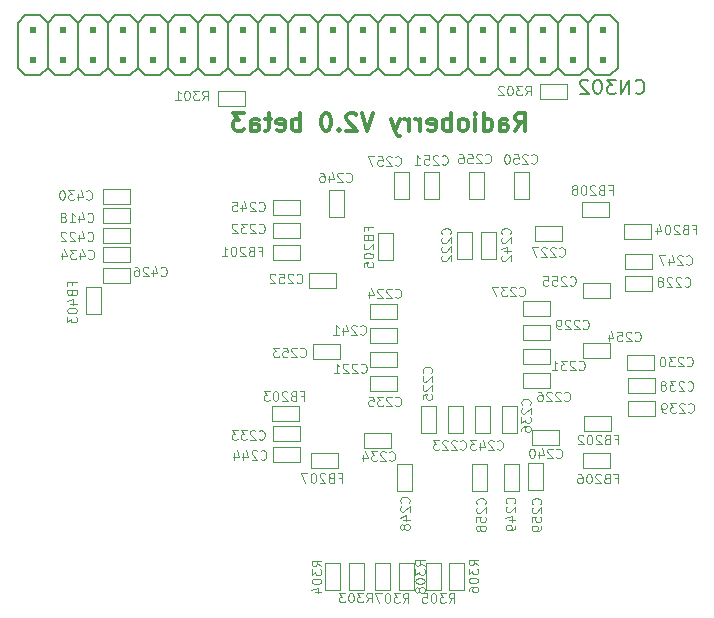
<source format=gbo>
G04 #@! TF.FileFunction,Legend,Bot*
%FSLAX46Y46*%
G04 Gerber Fmt 4.6, Leading zero omitted, Abs format (unit mm)*
G04 Created by KiCad (PCBNEW 4.0.6) date 11/01/18 16:19:51*
%MOMM*%
%LPD*%
G01*
G04 APERTURE LIST*
%ADD10C,0.100000*%
%ADD11C,0.300000*%
%ADD12C,0.152400*%
%ADD13C,0.127000*%
G04 APERTURE END LIST*
D10*
D11*
X139194284Y-81738571D02*
X139694284Y-81024286D01*
X140051427Y-81738571D02*
X140051427Y-80238571D01*
X139479999Y-80238571D01*
X139337141Y-80310000D01*
X139265713Y-80381429D01*
X139194284Y-80524286D01*
X139194284Y-80738571D01*
X139265713Y-80881429D01*
X139337141Y-80952857D01*
X139479999Y-81024286D01*
X140051427Y-81024286D01*
X137908570Y-81738571D02*
X137908570Y-80952857D01*
X137979999Y-80810000D01*
X138122856Y-80738571D01*
X138408570Y-80738571D01*
X138551427Y-80810000D01*
X137908570Y-81667143D02*
X138051427Y-81738571D01*
X138408570Y-81738571D01*
X138551427Y-81667143D01*
X138622856Y-81524286D01*
X138622856Y-81381429D01*
X138551427Y-81238571D01*
X138408570Y-81167143D01*
X138051427Y-81167143D01*
X137908570Y-81095714D01*
X136551427Y-81738571D02*
X136551427Y-80238571D01*
X136551427Y-81667143D02*
X136694284Y-81738571D01*
X136979998Y-81738571D01*
X137122856Y-81667143D01*
X137194284Y-81595714D01*
X137265713Y-81452857D01*
X137265713Y-81024286D01*
X137194284Y-80881429D01*
X137122856Y-80810000D01*
X136979998Y-80738571D01*
X136694284Y-80738571D01*
X136551427Y-80810000D01*
X135837141Y-81738571D02*
X135837141Y-80738571D01*
X135837141Y-80238571D02*
X135908570Y-80310000D01*
X135837141Y-80381429D01*
X135765713Y-80310000D01*
X135837141Y-80238571D01*
X135837141Y-80381429D01*
X134908569Y-81738571D02*
X135051427Y-81667143D01*
X135122855Y-81595714D01*
X135194284Y-81452857D01*
X135194284Y-81024286D01*
X135122855Y-80881429D01*
X135051427Y-80810000D01*
X134908569Y-80738571D01*
X134694284Y-80738571D01*
X134551427Y-80810000D01*
X134479998Y-80881429D01*
X134408569Y-81024286D01*
X134408569Y-81452857D01*
X134479998Y-81595714D01*
X134551427Y-81667143D01*
X134694284Y-81738571D01*
X134908569Y-81738571D01*
X133765712Y-81738571D02*
X133765712Y-80238571D01*
X133765712Y-80810000D02*
X133622855Y-80738571D01*
X133337141Y-80738571D01*
X133194284Y-80810000D01*
X133122855Y-80881429D01*
X133051426Y-81024286D01*
X133051426Y-81452857D01*
X133122855Y-81595714D01*
X133194284Y-81667143D01*
X133337141Y-81738571D01*
X133622855Y-81738571D01*
X133765712Y-81667143D01*
X131837141Y-81667143D02*
X131979998Y-81738571D01*
X132265712Y-81738571D01*
X132408569Y-81667143D01*
X132479998Y-81524286D01*
X132479998Y-80952857D01*
X132408569Y-80810000D01*
X132265712Y-80738571D01*
X131979998Y-80738571D01*
X131837141Y-80810000D01*
X131765712Y-80952857D01*
X131765712Y-81095714D01*
X132479998Y-81238571D01*
X131122855Y-81738571D02*
X131122855Y-80738571D01*
X131122855Y-81024286D02*
X131051427Y-80881429D01*
X130979998Y-80810000D01*
X130837141Y-80738571D01*
X130694284Y-80738571D01*
X130194284Y-81738571D02*
X130194284Y-80738571D01*
X130194284Y-81024286D02*
X130122856Y-80881429D01*
X130051427Y-80810000D01*
X129908570Y-80738571D01*
X129765713Y-80738571D01*
X129408570Y-80738571D02*
X129051427Y-81738571D01*
X128694285Y-80738571D02*
X129051427Y-81738571D01*
X129194285Y-82095714D01*
X129265713Y-82167143D01*
X129408570Y-82238571D01*
X127194285Y-80238571D02*
X126694285Y-81738571D01*
X126194285Y-80238571D01*
X125765714Y-80381429D02*
X125694285Y-80310000D01*
X125551428Y-80238571D01*
X125194285Y-80238571D01*
X125051428Y-80310000D01*
X124979999Y-80381429D01*
X124908571Y-80524286D01*
X124908571Y-80667143D01*
X124979999Y-80881429D01*
X125837142Y-81738571D01*
X124908571Y-81738571D01*
X124265714Y-81595714D02*
X124194286Y-81667143D01*
X124265714Y-81738571D01*
X124337143Y-81667143D01*
X124265714Y-81595714D01*
X124265714Y-81738571D01*
X123265714Y-80238571D02*
X123122857Y-80238571D01*
X122980000Y-80310000D01*
X122908571Y-80381429D01*
X122837142Y-80524286D01*
X122765714Y-80810000D01*
X122765714Y-81167143D01*
X122837142Y-81452857D01*
X122908571Y-81595714D01*
X122980000Y-81667143D01*
X123122857Y-81738571D01*
X123265714Y-81738571D01*
X123408571Y-81667143D01*
X123480000Y-81595714D01*
X123551428Y-81452857D01*
X123622857Y-81167143D01*
X123622857Y-80810000D01*
X123551428Y-80524286D01*
X123480000Y-80381429D01*
X123408571Y-80310000D01*
X123265714Y-80238571D01*
X120980000Y-81738571D02*
X120980000Y-80238571D01*
X120980000Y-80810000D02*
X120837143Y-80738571D01*
X120551429Y-80738571D01*
X120408572Y-80810000D01*
X120337143Y-80881429D01*
X120265714Y-81024286D01*
X120265714Y-81452857D01*
X120337143Y-81595714D01*
X120408572Y-81667143D01*
X120551429Y-81738571D01*
X120837143Y-81738571D01*
X120980000Y-81667143D01*
X119051429Y-81667143D02*
X119194286Y-81738571D01*
X119480000Y-81738571D01*
X119622857Y-81667143D01*
X119694286Y-81524286D01*
X119694286Y-80952857D01*
X119622857Y-80810000D01*
X119480000Y-80738571D01*
X119194286Y-80738571D01*
X119051429Y-80810000D01*
X118980000Y-80952857D01*
X118980000Y-81095714D01*
X119694286Y-81238571D01*
X118551429Y-80738571D02*
X117980000Y-80738571D01*
X118337143Y-80238571D02*
X118337143Y-81524286D01*
X118265715Y-81667143D01*
X118122857Y-81738571D01*
X117980000Y-81738571D01*
X116837143Y-81738571D02*
X116837143Y-80952857D01*
X116908572Y-80810000D01*
X117051429Y-80738571D01*
X117337143Y-80738571D01*
X117480000Y-80810000D01*
X116837143Y-81667143D02*
X116980000Y-81738571D01*
X117337143Y-81738571D01*
X117480000Y-81667143D01*
X117551429Y-81524286D01*
X117551429Y-81381429D01*
X117480000Y-81238571D01*
X117337143Y-81167143D01*
X116980000Y-81167143D01*
X116837143Y-81095714D01*
X116265714Y-80238571D02*
X115337143Y-80238571D01*
X115837143Y-80810000D01*
X115622857Y-80810000D01*
X115480000Y-80881429D01*
X115408571Y-80952857D01*
X115337143Y-81095714D01*
X115337143Y-81452857D01*
X115408571Y-81595714D01*
X115480000Y-81667143D01*
X115622857Y-81738571D01*
X116051429Y-81738571D01*
X116194286Y-81667143D01*
X116265714Y-81595714D01*
D10*
X126873000Y-101727000D02*
X129159000Y-101727000D01*
X129159000Y-101727000D02*
X129159000Y-100457000D01*
X129159000Y-100457000D02*
X126873000Y-100457000D01*
X126873000Y-100457000D02*
X126873000Y-101727000D01*
X134239000Y-90297000D02*
X134239000Y-92583000D01*
X134239000Y-92583000D02*
X135509000Y-92583000D01*
X135509000Y-92583000D02*
X135509000Y-90297000D01*
X135509000Y-90297000D02*
X134239000Y-90297000D01*
X134747000Y-107315000D02*
X134747000Y-105029000D01*
X134747000Y-105029000D02*
X133477000Y-105029000D01*
X133477000Y-105029000D02*
X133477000Y-107315000D01*
X133477000Y-107315000D02*
X134747000Y-107315000D01*
X126873000Y-97663000D02*
X129159000Y-97663000D01*
X129159000Y-97663000D02*
X129159000Y-96393000D01*
X129159000Y-96393000D02*
X126873000Y-96393000D01*
X126873000Y-96393000D02*
X126873000Y-97663000D01*
X132461000Y-107315000D02*
X132461000Y-105029000D01*
X132461000Y-105029000D02*
X131191000Y-105029000D01*
X131191000Y-105029000D02*
X131191000Y-107315000D01*
X131191000Y-107315000D02*
X132461000Y-107315000D01*
X142113000Y-102235000D02*
X139827000Y-102235000D01*
X139827000Y-102235000D02*
X139827000Y-103505000D01*
X139827000Y-103505000D02*
X142113000Y-103505000D01*
X142113000Y-103505000D02*
X142113000Y-102235000D01*
X140843000Y-91059000D02*
X143129000Y-91059000D01*
X143129000Y-91059000D02*
X143129000Y-89789000D01*
X143129000Y-89789000D02*
X140843000Y-89789000D01*
X140843000Y-89789000D02*
X140843000Y-91059000D01*
X150753000Y-94025000D02*
X148467000Y-94025000D01*
X148467000Y-94025000D02*
X148467000Y-95295000D01*
X148467000Y-95295000D02*
X150753000Y-95295000D01*
X150753000Y-95295000D02*
X150753000Y-94025000D01*
X142113000Y-98171000D02*
X139827000Y-98171000D01*
X139827000Y-98171000D02*
X139827000Y-99441000D01*
X139827000Y-99441000D02*
X142113000Y-99441000D01*
X142113000Y-99441000D02*
X142113000Y-98171000D01*
X148697000Y-102015000D02*
X150983000Y-102015000D01*
X150983000Y-102015000D02*
X150983000Y-100745000D01*
X150983000Y-100745000D02*
X148697000Y-100745000D01*
X148697000Y-100745000D02*
X148697000Y-102015000D01*
X142113000Y-100203000D02*
X139827000Y-100203000D01*
X139827000Y-100203000D02*
X139827000Y-101473000D01*
X139827000Y-101473000D02*
X142113000Y-101473000D01*
X142113000Y-101473000D02*
X142113000Y-100203000D01*
X120983000Y-89585000D02*
X118697000Y-89585000D01*
X118697000Y-89585000D02*
X118697000Y-90855000D01*
X118697000Y-90855000D02*
X120983000Y-90855000D01*
X120983000Y-90855000D02*
X120983000Y-89585000D01*
X118677000Y-108065000D02*
X120963000Y-108065000D01*
X120963000Y-108065000D02*
X120963000Y-106795000D01*
X120963000Y-106795000D02*
X118677000Y-106795000D01*
X118677000Y-106795000D02*
X118677000Y-108065000D01*
X128651000Y-107315000D02*
X126365000Y-107315000D01*
X126365000Y-107315000D02*
X126365000Y-108585000D01*
X126365000Y-108585000D02*
X128651000Y-108585000D01*
X128651000Y-108585000D02*
X128651000Y-107315000D01*
X126873000Y-103759000D02*
X129159000Y-103759000D01*
X129159000Y-103759000D02*
X129159000Y-102489000D01*
X129159000Y-102489000D02*
X126873000Y-102489000D01*
X126873000Y-102489000D02*
X126873000Y-103759000D01*
X139319000Y-107315000D02*
X139319000Y-105029000D01*
X139319000Y-105029000D02*
X138049000Y-105029000D01*
X138049000Y-105029000D02*
X138049000Y-107315000D01*
X138049000Y-107315000D02*
X139319000Y-107315000D01*
X142113000Y-96139000D02*
X139827000Y-96139000D01*
X139827000Y-96139000D02*
X139827000Y-97409000D01*
X139827000Y-97409000D02*
X142113000Y-97409000D01*
X142113000Y-97409000D02*
X142113000Y-96139000D01*
X148727000Y-103995000D02*
X151013000Y-103995000D01*
X151013000Y-103995000D02*
X151013000Y-102725000D01*
X151013000Y-102725000D02*
X148727000Y-102725000D01*
X148727000Y-102725000D02*
X148727000Y-103995000D01*
X151013000Y-104615000D02*
X148727000Y-104615000D01*
X148727000Y-104615000D02*
X148727000Y-105885000D01*
X148727000Y-105885000D02*
X151013000Y-105885000D01*
X151013000Y-105885000D02*
X151013000Y-104615000D01*
X140589000Y-108331000D02*
X142875000Y-108331000D01*
X142875000Y-108331000D02*
X142875000Y-107061000D01*
X142875000Y-107061000D02*
X140589000Y-107061000D01*
X140589000Y-107061000D02*
X140589000Y-108331000D01*
X126873000Y-99695000D02*
X129159000Y-99695000D01*
X129159000Y-99695000D02*
X129159000Y-98425000D01*
X129159000Y-98425000D02*
X126873000Y-98425000D01*
X126873000Y-98425000D02*
X126873000Y-99695000D01*
X136271000Y-90297000D02*
X136271000Y-92583000D01*
X136271000Y-92583000D02*
X137541000Y-92583000D01*
X137541000Y-92583000D02*
X137541000Y-90297000D01*
X137541000Y-90297000D02*
X136271000Y-90297000D01*
X137033000Y-107315000D02*
X137033000Y-105029000D01*
X137033000Y-105029000D02*
X135763000Y-105029000D01*
X135763000Y-105029000D02*
X135763000Y-107315000D01*
X135763000Y-107315000D02*
X137033000Y-107315000D01*
X121003000Y-108525000D02*
X118717000Y-108525000D01*
X118717000Y-108525000D02*
X118717000Y-109795000D01*
X118717000Y-109795000D02*
X121003000Y-109795000D01*
X121003000Y-109795000D02*
X121003000Y-108525000D01*
X118717000Y-88885000D02*
X121003000Y-88885000D01*
X121003000Y-88885000D02*
X121003000Y-87615000D01*
X121003000Y-87615000D02*
X118717000Y-87615000D01*
X118717000Y-87615000D02*
X118717000Y-88885000D01*
X123405000Y-86757000D02*
X123405000Y-89043000D01*
X123405000Y-89043000D02*
X124675000Y-89043000D01*
X124675000Y-89043000D02*
X124675000Y-86757000D01*
X124675000Y-86757000D02*
X123405000Y-86757000D01*
X148467000Y-93425000D02*
X150753000Y-93425000D01*
X150753000Y-93425000D02*
X150753000Y-92155000D01*
X150753000Y-92155000D02*
X148467000Y-92155000D01*
X148467000Y-92155000D02*
X148467000Y-93425000D01*
X129195000Y-110007000D02*
X129195000Y-112293000D01*
X129195000Y-112293000D02*
X130465000Y-112293000D01*
X130465000Y-112293000D02*
X130465000Y-110007000D01*
X130465000Y-110007000D02*
X129195000Y-110007000D01*
X138245000Y-109957000D02*
X138245000Y-112243000D01*
X138245000Y-112243000D02*
X139515000Y-112243000D01*
X139515000Y-112243000D02*
X139515000Y-109957000D01*
X139515000Y-109957000D02*
X138245000Y-109957000D01*
X139065000Y-85217000D02*
X139065000Y-87503000D01*
X139065000Y-87503000D02*
X140335000Y-87503000D01*
X140335000Y-87503000D02*
X140335000Y-85217000D01*
X140335000Y-85217000D02*
X139065000Y-85217000D01*
X131445000Y-85217000D02*
X131445000Y-87503000D01*
X131445000Y-87503000D02*
X132715000Y-87503000D01*
X132715000Y-87503000D02*
X132715000Y-85217000D01*
X132715000Y-85217000D02*
X131445000Y-85217000D01*
X124053000Y-93765000D02*
X121767000Y-93765000D01*
X121767000Y-93765000D02*
X121767000Y-95035000D01*
X121767000Y-95035000D02*
X124053000Y-95035000D01*
X124053000Y-95035000D02*
X124053000Y-93765000D01*
X124373000Y-99835000D02*
X122087000Y-99835000D01*
X122087000Y-99835000D02*
X122087000Y-101105000D01*
X122087000Y-101105000D02*
X124373000Y-101105000D01*
X124373000Y-101105000D02*
X124373000Y-99835000D01*
X144907000Y-100965000D02*
X147193000Y-100965000D01*
X147193000Y-100965000D02*
X147193000Y-99695000D01*
X147193000Y-99695000D02*
X144907000Y-99695000D01*
X144907000Y-99695000D02*
X144907000Y-100965000D01*
X144907000Y-95885000D02*
X147193000Y-95885000D01*
X147193000Y-95885000D02*
X147193000Y-94615000D01*
X147193000Y-94615000D02*
X144907000Y-94615000D01*
X144907000Y-94615000D02*
X144907000Y-95885000D01*
X135255000Y-85217000D02*
X135255000Y-87503000D01*
X135255000Y-87503000D02*
X136525000Y-87503000D01*
X136525000Y-87503000D02*
X136525000Y-85217000D01*
X136525000Y-85217000D02*
X135255000Y-85217000D01*
X128905000Y-85217000D02*
X128905000Y-87503000D01*
X128905000Y-87503000D02*
X130175000Y-87503000D01*
X130175000Y-87503000D02*
X130175000Y-85217000D01*
X130175000Y-85217000D02*
X128905000Y-85217000D01*
X135575000Y-109997000D02*
X135575000Y-112283000D01*
X135575000Y-112283000D02*
X136845000Y-112283000D01*
X136845000Y-112283000D02*
X136845000Y-109997000D01*
X136845000Y-109997000D02*
X135575000Y-109997000D01*
X140255000Y-109927000D02*
X140255000Y-112213000D01*
X140255000Y-112213000D02*
X141525000Y-112213000D01*
X141525000Y-112213000D02*
X141525000Y-109927000D01*
X141525000Y-109927000D02*
X140255000Y-109927000D01*
X104287000Y-89585000D02*
X106573000Y-89585000D01*
X106573000Y-89585000D02*
X106573000Y-88315000D01*
X106573000Y-88315000D02*
X104287000Y-88315000D01*
X104287000Y-88315000D02*
X104287000Y-89585000D01*
X104297000Y-91245000D02*
X106583000Y-91245000D01*
X106583000Y-91245000D02*
X106583000Y-89975000D01*
X106583000Y-89975000D02*
X104297000Y-89975000D01*
X104297000Y-89975000D02*
X104297000Y-91245000D01*
X104297000Y-94655000D02*
X106583000Y-94655000D01*
X106583000Y-94655000D02*
X106583000Y-93385000D01*
X106583000Y-93385000D02*
X104297000Y-93385000D01*
X104297000Y-93385000D02*
X104297000Y-94655000D01*
X104277000Y-87965000D02*
X106563000Y-87965000D01*
X106563000Y-87965000D02*
X106563000Y-86695000D01*
X106563000Y-86695000D02*
X104277000Y-86695000D01*
X104277000Y-86695000D02*
X104277000Y-87965000D01*
X104287000Y-92895000D02*
X106573000Y-92895000D01*
X106573000Y-92895000D02*
X106573000Y-91625000D01*
X106573000Y-91625000D02*
X104287000Y-91625000D01*
X104287000Y-91625000D02*
X104287000Y-92895000D01*
X118687000Y-92725000D02*
X120973000Y-92725000D01*
X120973000Y-92725000D02*
X120973000Y-91455000D01*
X120973000Y-91455000D02*
X118687000Y-91455000D01*
X118687000Y-91455000D02*
X118687000Y-92725000D01*
X145007000Y-107145000D02*
X147293000Y-107145000D01*
X147293000Y-107145000D02*
X147293000Y-105875000D01*
X147293000Y-105875000D02*
X145007000Y-105875000D01*
X145007000Y-105875000D02*
X145007000Y-107145000D01*
X118627000Y-106335000D02*
X120913000Y-106335000D01*
X120913000Y-106335000D02*
X120913000Y-105065000D01*
X120913000Y-105065000D02*
X118627000Y-105065000D01*
X118627000Y-105065000D02*
X118627000Y-106335000D01*
X150723000Y-89655000D02*
X148437000Y-89655000D01*
X148437000Y-89655000D02*
X148437000Y-90925000D01*
X148437000Y-90925000D02*
X150723000Y-90925000D01*
X150723000Y-90925000D02*
X150723000Y-89655000D01*
X127605000Y-90437000D02*
X127605000Y-92723000D01*
X127605000Y-92723000D02*
X128875000Y-92723000D01*
X128875000Y-92723000D02*
X128875000Y-90437000D01*
X128875000Y-90437000D02*
X127605000Y-90437000D01*
X147243000Y-109015000D02*
X144957000Y-109015000D01*
X144957000Y-109015000D02*
X144957000Y-110285000D01*
X144957000Y-110285000D02*
X147243000Y-110285000D01*
X147243000Y-110285000D02*
X147243000Y-109015000D01*
X121957000Y-110285000D02*
X124243000Y-110285000D01*
X124243000Y-110285000D02*
X124243000Y-109015000D01*
X124243000Y-109015000D02*
X121957000Y-109015000D01*
X121957000Y-109015000D02*
X121957000Y-110285000D01*
X147143000Y-87815000D02*
X144857000Y-87815000D01*
X144857000Y-87815000D02*
X144857000Y-89085000D01*
X144857000Y-89085000D02*
X147143000Y-89085000D01*
X147143000Y-89085000D02*
X147143000Y-87815000D01*
X102875000Y-95027000D02*
X102875000Y-97313000D01*
X102875000Y-97313000D02*
X104145000Y-97313000D01*
X104145000Y-97313000D02*
X104145000Y-95027000D01*
X104145000Y-95027000D02*
X102875000Y-95027000D01*
X116333000Y-78365000D02*
X114047000Y-78365000D01*
X114047000Y-78365000D02*
X114047000Y-79635000D01*
X114047000Y-79635000D02*
X116333000Y-79635000D01*
X116333000Y-79635000D02*
X116333000Y-78365000D01*
X143603000Y-77805000D02*
X141317000Y-77805000D01*
X141317000Y-77805000D02*
X141317000Y-79075000D01*
X141317000Y-79075000D02*
X143603000Y-79075000D01*
X143603000Y-79075000D02*
X143603000Y-77805000D01*
X124385000Y-120643000D02*
X124385000Y-118357000D01*
X124385000Y-118357000D02*
X123115000Y-118357000D01*
X123115000Y-118357000D02*
X123115000Y-120643000D01*
X123115000Y-120643000D02*
X124385000Y-120643000D01*
X126385000Y-120643000D02*
X126385000Y-118357000D01*
X126385000Y-118357000D02*
X125115000Y-118357000D01*
X125115000Y-118357000D02*
X125115000Y-120643000D01*
X125115000Y-120643000D02*
X126385000Y-120643000D01*
X132885000Y-120643000D02*
X132885000Y-118357000D01*
X132885000Y-118357000D02*
X131615000Y-118357000D01*
X131615000Y-118357000D02*
X131615000Y-120643000D01*
X131615000Y-120643000D02*
X132885000Y-120643000D01*
X134885000Y-120643000D02*
X134885000Y-118357000D01*
X134885000Y-118357000D02*
X133615000Y-118357000D01*
X133615000Y-118357000D02*
X133615000Y-120643000D01*
X133615000Y-120643000D02*
X134885000Y-120643000D01*
D12*
X97100000Y-76405000D02*
X97735000Y-77040000D01*
X97735000Y-77040000D02*
X99005000Y-77040000D01*
X99005000Y-77040000D02*
X99640000Y-76405000D01*
X99640000Y-76405000D02*
X100275000Y-77040000D01*
X100275000Y-77040000D02*
X101545000Y-77040000D01*
X101545000Y-77040000D02*
X102180000Y-76405000D01*
X102180000Y-76405000D02*
X102815000Y-77040000D01*
X102815000Y-77040000D02*
X104085000Y-77040000D01*
X104085000Y-77040000D02*
X104720000Y-76405000D01*
X104720000Y-76405000D02*
X105355000Y-77040000D01*
X105355000Y-77040000D02*
X106625000Y-77040000D01*
X106625000Y-77040000D02*
X107260000Y-76405000D01*
X107260000Y-76405000D02*
X107895000Y-77040000D01*
X107895000Y-77040000D02*
X109165000Y-77040000D01*
X109165000Y-77040000D02*
X109800000Y-76405000D01*
X109800000Y-76405000D02*
X110435000Y-77040000D01*
X110435000Y-77040000D02*
X111705000Y-77040000D01*
X111705000Y-77040000D02*
X112340000Y-76405000D01*
X97100000Y-76405000D02*
X97100000Y-72595000D01*
X97100000Y-72595000D02*
X97735000Y-71960000D01*
X97735000Y-71960000D02*
X99005000Y-71960000D01*
X99005000Y-71960000D02*
X99640000Y-72595000D01*
X99640000Y-72595000D02*
X100275000Y-71960000D01*
X100275000Y-71960000D02*
X101545000Y-71960000D01*
X101545000Y-71960000D02*
X102180000Y-72595000D01*
X102180000Y-72595000D02*
X102815000Y-71960000D01*
X102815000Y-71960000D02*
X104085000Y-71960000D01*
X104085000Y-71960000D02*
X104720000Y-72595000D01*
X104720000Y-72595000D02*
X105355000Y-71960000D01*
X105355000Y-71960000D02*
X106625000Y-71960000D01*
X106625000Y-71960000D02*
X107260000Y-72595000D01*
X107260000Y-72595000D02*
X107895000Y-71960000D01*
X107895000Y-71960000D02*
X109165000Y-71960000D01*
X109165000Y-71960000D02*
X109800000Y-72595000D01*
X109800000Y-72595000D02*
X110435000Y-71960000D01*
X110435000Y-71960000D02*
X111705000Y-71960000D01*
X111705000Y-71960000D02*
X112340000Y-72595000D01*
X112340000Y-72595000D02*
X112975000Y-71960000D01*
X112975000Y-71960000D02*
X114245000Y-71960000D01*
X114245000Y-71960000D02*
X114880000Y-72595000D01*
X114880000Y-72595000D02*
X115515000Y-71960000D01*
X115515000Y-71960000D02*
X116785000Y-71960000D01*
X116785000Y-71960000D02*
X117420000Y-72595000D01*
X117420000Y-72595000D02*
X118055000Y-71960000D01*
X118055000Y-71960000D02*
X119325000Y-71960000D01*
X119325000Y-71960000D02*
X119960000Y-72595000D01*
X119960000Y-72595000D02*
X120595000Y-71960000D01*
X120595000Y-71960000D02*
X121865000Y-71960000D01*
X121865000Y-71960000D02*
X122500000Y-72595000D01*
X122500000Y-72595000D02*
X123135000Y-71960000D01*
X123135000Y-71960000D02*
X124405000Y-71960000D01*
X124405000Y-71960000D02*
X125040000Y-72595000D01*
X125040000Y-72595000D02*
X125675000Y-71960000D01*
X125675000Y-71960000D02*
X126945000Y-71960000D01*
X127580000Y-72595000D02*
X126945000Y-71960000D01*
X127580000Y-72595000D02*
X128215000Y-71960000D01*
X129485000Y-71960000D02*
X128215000Y-71960000D01*
X129485000Y-71960000D02*
X130120000Y-72595000D01*
X130120000Y-72595000D02*
X130755000Y-71960000D01*
X132025000Y-71960000D02*
X130755000Y-71960000D01*
X132025000Y-71960000D02*
X132660000Y-72595000D01*
X132660000Y-72595000D02*
X133295000Y-71960000D01*
X134565000Y-71960000D02*
X133295000Y-71960000D01*
X134565000Y-71960000D02*
X135200000Y-72595000D01*
X135200000Y-72595000D02*
X135835000Y-71960000D01*
X137105000Y-71960000D02*
X135835000Y-71960000D01*
X137105000Y-71960000D02*
X137740000Y-72595000D01*
X137740000Y-72595000D02*
X138375000Y-71960000D01*
X139645000Y-71960000D02*
X138375000Y-71960000D01*
X139645000Y-71960000D02*
X140280000Y-72595000D01*
X140280000Y-72595000D02*
X140915000Y-71960000D01*
X142185000Y-71960000D02*
X140915000Y-71960000D01*
X142185000Y-71960000D02*
X142820000Y-72595000D01*
X142820000Y-72595000D02*
X143455000Y-71960000D01*
X144725000Y-71960000D02*
X143455000Y-71960000D01*
X144725000Y-71960000D02*
X145360000Y-72595000D01*
X145360000Y-76405000D02*
X144725000Y-77040000D01*
X144725000Y-77040000D02*
X143455000Y-77040000D01*
X142820000Y-76405000D02*
X143455000Y-77040000D01*
X142820000Y-76405000D02*
X142185000Y-77040000D01*
X142185000Y-77040000D02*
X140915000Y-77040000D01*
X140280000Y-76405000D02*
X140915000Y-77040000D01*
X140280000Y-76405000D02*
X139645000Y-77040000D01*
X139645000Y-77040000D02*
X138375000Y-77040000D01*
X137740000Y-76405000D02*
X138375000Y-77040000D01*
X137740000Y-76405000D02*
X137105000Y-77040000D01*
X135835000Y-77040000D02*
X137105000Y-77040000D01*
X135835000Y-77040000D02*
X135200000Y-76405000D01*
X135200000Y-76405000D02*
X134565000Y-77040000D01*
X133295000Y-77040000D02*
X134565000Y-77040000D01*
X133295000Y-77040000D02*
X132660000Y-76405000D01*
X132660000Y-76405000D02*
X132025000Y-77040000D01*
X132025000Y-77040000D02*
X130755000Y-77040000D01*
X130120000Y-76405000D02*
X130755000Y-77040000D01*
X130120000Y-76405000D02*
X129485000Y-77040000D01*
X129485000Y-77040000D02*
X128215000Y-77040000D01*
X127580000Y-76405000D02*
X128215000Y-77040000D01*
X127580000Y-76405000D02*
X126945000Y-77040000D01*
X126945000Y-77040000D02*
X125675000Y-77040000D01*
X125040000Y-76405000D02*
X125675000Y-77040000D01*
X125040000Y-76405000D02*
X124405000Y-77040000D01*
X124405000Y-77040000D02*
X123135000Y-77040000D01*
X122500000Y-76405000D02*
X123135000Y-77040000D01*
X122500000Y-76405000D02*
X121865000Y-77040000D01*
X121865000Y-77040000D02*
X120595000Y-77040000D01*
X119960000Y-76405000D02*
X120595000Y-77040000D01*
X119960000Y-76405000D02*
X119325000Y-77040000D01*
X119325000Y-77040000D02*
X118055000Y-77040000D01*
X117420000Y-76405000D02*
X118055000Y-77040000D01*
X117420000Y-76405000D02*
X116785000Y-77040000D01*
X116785000Y-77040000D02*
X115515000Y-77040000D01*
X114880000Y-76405000D02*
X115515000Y-77040000D01*
X114880000Y-76405000D02*
X114245000Y-77040000D01*
X114245000Y-77040000D02*
X112975000Y-77040000D01*
X112340000Y-76405000D02*
X112975000Y-77040000D01*
X99640000Y-72595000D02*
X99640000Y-76405000D01*
X102180000Y-72595000D02*
X102180000Y-76405000D01*
X104720000Y-72595000D02*
X104720000Y-76405000D01*
X107260000Y-72595000D02*
X107260000Y-76405000D01*
X109800000Y-72595000D02*
X109800000Y-76405000D01*
X112340000Y-72595000D02*
X112340000Y-76405000D01*
X114880000Y-72595000D02*
X114880000Y-76405000D01*
X117420000Y-72595000D02*
X117420000Y-76405000D01*
X119960000Y-72595000D02*
X119960000Y-76405000D01*
X122500000Y-72595000D02*
X122500000Y-76405000D01*
X125040000Y-72595000D02*
X125040000Y-76405000D01*
X127580000Y-72595000D02*
X127580000Y-76405000D01*
X130120000Y-72595000D02*
X130120000Y-76405000D01*
X132660000Y-72595000D02*
X132660000Y-76405000D01*
X135200000Y-72595000D02*
X135200000Y-76405000D01*
X137740000Y-72595000D02*
X137740000Y-76405000D01*
X140280000Y-72595000D02*
X140280000Y-76405000D01*
X142820000Y-72595000D02*
X142820000Y-76405000D01*
X145360000Y-72595000D02*
X145360000Y-76405000D01*
X145360000Y-72595000D02*
X145995000Y-71960000D01*
X147265000Y-71960000D02*
X145995000Y-71960000D01*
X147265000Y-71960000D02*
X147900000Y-72595000D01*
X147900000Y-76405000D02*
X147265000Y-77040000D01*
X147265000Y-77040000D02*
X145995000Y-77040000D01*
X145360000Y-76405000D02*
X145995000Y-77040000D01*
X147900000Y-72595000D02*
X147900000Y-76405000D01*
D10*
G36*
X98116000Y-76024000D02*
X98624000Y-76024000D01*
X98624000Y-75516000D01*
X98116000Y-75516000D01*
X98116000Y-76024000D01*
G37*
G36*
X98116000Y-73484000D02*
X98624000Y-73484000D01*
X98624000Y-72976000D01*
X98116000Y-72976000D01*
X98116000Y-73484000D01*
G37*
G36*
X100656000Y-73484000D02*
X101164000Y-73484000D01*
X101164000Y-72976000D01*
X100656000Y-72976000D01*
X100656000Y-73484000D01*
G37*
G36*
X100656000Y-76024000D02*
X101164000Y-76024000D01*
X101164000Y-75516000D01*
X100656000Y-75516000D01*
X100656000Y-76024000D01*
G37*
G36*
X103196000Y-73484000D02*
X103704000Y-73484000D01*
X103704000Y-72976000D01*
X103196000Y-72976000D01*
X103196000Y-73484000D01*
G37*
G36*
X103196000Y-76024000D02*
X103704000Y-76024000D01*
X103704000Y-75516000D01*
X103196000Y-75516000D01*
X103196000Y-76024000D01*
G37*
G36*
X105736000Y-73484000D02*
X106244000Y-73484000D01*
X106244000Y-72976000D01*
X105736000Y-72976000D01*
X105736000Y-73484000D01*
G37*
G36*
X108276000Y-73484000D02*
X108784000Y-73484000D01*
X108784000Y-72976000D01*
X108276000Y-72976000D01*
X108276000Y-73484000D01*
G37*
G36*
X110816000Y-73484000D02*
X111324000Y-73484000D01*
X111324000Y-72976000D01*
X110816000Y-72976000D01*
X110816000Y-73484000D01*
G37*
G36*
X105736000Y-76024000D02*
X106244000Y-76024000D01*
X106244000Y-75516000D01*
X105736000Y-75516000D01*
X105736000Y-76024000D01*
G37*
G36*
X108276000Y-76024000D02*
X108784000Y-76024000D01*
X108784000Y-75516000D01*
X108276000Y-75516000D01*
X108276000Y-76024000D01*
G37*
G36*
X110816000Y-76024000D02*
X111324000Y-76024000D01*
X111324000Y-75516000D01*
X110816000Y-75516000D01*
X110816000Y-76024000D01*
G37*
G36*
X113356000Y-73484000D02*
X113864000Y-73484000D01*
X113864000Y-72976000D01*
X113356000Y-72976000D01*
X113356000Y-73484000D01*
G37*
G36*
X113356000Y-76024000D02*
X113864000Y-76024000D01*
X113864000Y-75516000D01*
X113356000Y-75516000D01*
X113356000Y-76024000D01*
G37*
G36*
X115896000Y-73484000D02*
X116404000Y-73484000D01*
X116404000Y-72976000D01*
X115896000Y-72976000D01*
X115896000Y-73484000D01*
G37*
G36*
X115896000Y-76024000D02*
X116404000Y-76024000D01*
X116404000Y-75516000D01*
X115896000Y-75516000D01*
X115896000Y-76024000D01*
G37*
G36*
X118436000Y-73484000D02*
X118944000Y-73484000D01*
X118944000Y-72976000D01*
X118436000Y-72976000D01*
X118436000Y-73484000D01*
G37*
G36*
X118436000Y-76024000D02*
X118944000Y-76024000D01*
X118944000Y-75516000D01*
X118436000Y-75516000D01*
X118436000Y-76024000D01*
G37*
G36*
X120976000Y-73484000D02*
X121484000Y-73484000D01*
X121484000Y-72976000D01*
X120976000Y-72976000D01*
X120976000Y-73484000D01*
G37*
G36*
X120976000Y-76024000D02*
X121484000Y-76024000D01*
X121484000Y-75516000D01*
X120976000Y-75516000D01*
X120976000Y-76024000D01*
G37*
G36*
X123516000Y-73484000D02*
X124024000Y-73484000D01*
X124024000Y-72976000D01*
X123516000Y-72976000D01*
X123516000Y-73484000D01*
G37*
G36*
X123516000Y-76024000D02*
X124024000Y-76024000D01*
X124024000Y-75516000D01*
X123516000Y-75516000D01*
X123516000Y-76024000D01*
G37*
G36*
X126056000Y-73484000D02*
X126564000Y-73484000D01*
X126564000Y-72976000D01*
X126056000Y-72976000D01*
X126056000Y-73484000D01*
G37*
G36*
X126056000Y-76024000D02*
X126564000Y-76024000D01*
X126564000Y-75516000D01*
X126056000Y-75516000D01*
X126056000Y-76024000D01*
G37*
G36*
X128596000Y-73484000D02*
X129104000Y-73484000D01*
X129104000Y-72976000D01*
X128596000Y-72976000D01*
X128596000Y-73484000D01*
G37*
G36*
X128596000Y-76024000D02*
X129104000Y-76024000D01*
X129104000Y-75516000D01*
X128596000Y-75516000D01*
X128596000Y-76024000D01*
G37*
G36*
X131136000Y-73484000D02*
X131644000Y-73484000D01*
X131644000Y-72976000D01*
X131136000Y-72976000D01*
X131136000Y-73484000D01*
G37*
G36*
X131136000Y-76024000D02*
X131644000Y-76024000D01*
X131644000Y-75516000D01*
X131136000Y-75516000D01*
X131136000Y-76024000D01*
G37*
G36*
X133676000Y-73484000D02*
X134184000Y-73484000D01*
X134184000Y-72976000D01*
X133676000Y-72976000D01*
X133676000Y-73484000D01*
G37*
G36*
X133676000Y-76024000D02*
X134184000Y-76024000D01*
X134184000Y-75516000D01*
X133676000Y-75516000D01*
X133676000Y-76024000D01*
G37*
G36*
X136216000Y-73484000D02*
X136724000Y-73484000D01*
X136724000Y-72976000D01*
X136216000Y-72976000D01*
X136216000Y-73484000D01*
G37*
G36*
X136216000Y-76024000D02*
X136724000Y-76024000D01*
X136724000Y-75516000D01*
X136216000Y-75516000D01*
X136216000Y-76024000D01*
G37*
G36*
X138756000Y-73484000D02*
X139264000Y-73484000D01*
X139264000Y-72976000D01*
X138756000Y-72976000D01*
X138756000Y-73484000D01*
G37*
G36*
X138756000Y-76024000D02*
X139264000Y-76024000D01*
X139264000Y-75516000D01*
X138756000Y-75516000D01*
X138756000Y-76024000D01*
G37*
G36*
X141296000Y-73484000D02*
X141804000Y-73484000D01*
X141804000Y-72976000D01*
X141296000Y-72976000D01*
X141296000Y-73484000D01*
G37*
G36*
X141296000Y-76024000D02*
X141804000Y-76024000D01*
X141804000Y-75516000D01*
X141296000Y-75516000D01*
X141296000Y-76024000D01*
G37*
G36*
X143836000Y-73484000D02*
X144344000Y-73484000D01*
X144344000Y-72976000D01*
X143836000Y-72976000D01*
X143836000Y-73484000D01*
G37*
G36*
X143836000Y-76024000D02*
X144344000Y-76024000D01*
X144344000Y-75516000D01*
X143836000Y-75516000D01*
X143836000Y-76024000D01*
G37*
G36*
X146376000Y-73484000D02*
X146884000Y-73484000D01*
X146884000Y-72976000D01*
X146376000Y-72976000D01*
X146376000Y-73484000D01*
G37*
G36*
X146376000Y-76024000D02*
X146884000Y-76024000D01*
X146884000Y-75516000D01*
X146376000Y-75516000D01*
X146376000Y-76024000D01*
G37*
X128635000Y-120643000D02*
X128635000Y-118357000D01*
X128635000Y-118357000D02*
X127365000Y-118357000D01*
X127365000Y-118357000D02*
X127365000Y-120643000D01*
X127365000Y-120643000D02*
X128635000Y-120643000D01*
X130635000Y-120643000D02*
X130635000Y-118357000D01*
X130635000Y-118357000D02*
X129365000Y-118357000D01*
X129365000Y-118357000D02*
X129365000Y-120643000D01*
X129365000Y-120643000D02*
X130635000Y-120643000D01*
X126145238Y-102185714D02*
X126183333Y-102223810D01*
X126297619Y-102261905D01*
X126373809Y-102261905D01*
X126488095Y-102223810D01*
X126564286Y-102147619D01*
X126602381Y-102071429D01*
X126640476Y-101919048D01*
X126640476Y-101804762D01*
X126602381Y-101652381D01*
X126564286Y-101576190D01*
X126488095Y-101500000D01*
X126373809Y-101461905D01*
X126297619Y-101461905D01*
X126183333Y-101500000D01*
X126145238Y-101538095D01*
X125840476Y-101538095D02*
X125802381Y-101500000D01*
X125726190Y-101461905D01*
X125535714Y-101461905D01*
X125459524Y-101500000D01*
X125421428Y-101538095D01*
X125383333Y-101614286D01*
X125383333Y-101690476D01*
X125421428Y-101804762D01*
X125878571Y-102261905D01*
X125383333Y-102261905D01*
X125078571Y-101538095D02*
X125040476Y-101500000D01*
X124964285Y-101461905D01*
X124773809Y-101461905D01*
X124697619Y-101500000D01*
X124659523Y-101538095D01*
X124621428Y-101614286D01*
X124621428Y-101690476D01*
X124659523Y-101804762D01*
X125116666Y-102261905D01*
X124621428Y-102261905D01*
X123859523Y-102261905D02*
X124316666Y-102261905D01*
X124088095Y-102261905D02*
X124088095Y-101461905D01*
X124164285Y-101576190D01*
X124240476Y-101652381D01*
X124316666Y-101690476D01*
X133685714Y-90504762D02*
X133723810Y-90466667D01*
X133761905Y-90352381D01*
X133761905Y-90276191D01*
X133723810Y-90161905D01*
X133647619Y-90085714D01*
X133571429Y-90047619D01*
X133419048Y-90009524D01*
X133304762Y-90009524D01*
X133152381Y-90047619D01*
X133076190Y-90085714D01*
X133000000Y-90161905D01*
X132961905Y-90276191D01*
X132961905Y-90352381D01*
X133000000Y-90466667D01*
X133038095Y-90504762D01*
X133038095Y-90809524D02*
X133000000Y-90847619D01*
X132961905Y-90923810D01*
X132961905Y-91114286D01*
X133000000Y-91190476D01*
X133038095Y-91228572D01*
X133114286Y-91266667D01*
X133190476Y-91266667D01*
X133304762Y-91228572D01*
X133761905Y-90771429D01*
X133761905Y-91266667D01*
X133038095Y-91571429D02*
X133000000Y-91609524D01*
X132961905Y-91685715D01*
X132961905Y-91876191D01*
X133000000Y-91952381D01*
X133038095Y-91990477D01*
X133114286Y-92028572D01*
X133190476Y-92028572D01*
X133304762Y-91990477D01*
X133761905Y-91533334D01*
X133761905Y-92028572D01*
X133038095Y-92333334D02*
X133000000Y-92371429D01*
X132961905Y-92447620D01*
X132961905Y-92638096D01*
X133000000Y-92714286D01*
X133038095Y-92752382D01*
X133114286Y-92790477D01*
X133190476Y-92790477D01*
X133304762Y-92752382D01*
X133761905Y-92295239D01*
X133761905Y-92790477D01*
X134545238Y-108685714D02*
X134583333Y-108723810D01*
X134697619Y-108761905D01*
X134773809Y-108761905D01*
X134888095Y-108723810D01*
X134964286Y-108647619D01*
X135002381Y-108571429D01*
X135040476Y-108419048D01*
X135040476Y-108304762D01*
X135002381Y-108152381D01*
X134964286Y-108076190D01*
X134888095Y-108000000D01*
X134773809Y-107961905D01*
X134697619Y-107961905D01*
X134583333Y-108000000D01*
X134545238Y-108038095D01*
X134240476Y-108038095D02*
X134202381Y-108000000D01*
X134126190Y-107961905D01*
X133935714Y-107961905D01*
X133859524Y-108000000D01*
X133821428Y-108038095D01*
X133783333Y-108114286D01*
X133783333Y-108190476D01*
X133821428Y-108304762D01*
X134278571Y-108761905D01*
X133783333Y-108761905D01*
X133478571Y-108038095D02*
X133440476Y-108000000D01*
X133364285Y-107961905D01*
X133173809Y-107961905D01*
X133097619Y-108000000D01*
X133059523Y-108038095D01*
X133021428Y-108114286D01*
X133021428Y-108190476D01*
X133059523Y-108304762D01*
X133516666Y-108761905D01*
X133021428Y-108761905D01*
X132754761Y-107961905D02*
X132259523Y-107961905D01*
X132526190Y-108266667D01*
X132411904Y-108266667D01*
X132335714Y-108304762D01*
X132297618Y-108342857D01*
X132259523Y-108419048D01*
X132259523Y-108609524D01*
X132297618Y-108685714D01*
X132335714Y-108723810D01*
X132411904Y-108761905D01*
X132640476Y-108761905D01*
X132716666Y-108723810D01*
X132754761Y-108685714D01*
X129045238Y-95835714D02*
X129083333Y-95873810D01*
X129197619Y-95911905D01*
X129273809Y-95911905D01*
X129388095Y-95873810D01*
X129464286Y-95797619D01*
X129502381Y-95721429D01*
X129540476Y-95569048D01*
X129540476Y-95454762D01*
X129502381Y-95302381D01*
X129464286Y-95226190D01*
X129388095Y-95150000D01*
X129273809Y-95111905D01*
X129197619Y-95111905D01*
X129083333Y-95150000D01*
X129045238Y-95188095D01*
X128740476Y-95188095D02*
X128702381Y-95150000D01*
X128626190Y-95111905D01*
X128435714Y-95111905D01*
X128359524Y-95150000D01*
X128321428Y-95188095D01*
X128283333Y-95264286D01*
X128283333Y-95340476D01*
X128321428Y-95454762D01*
X128778571Y-95911905D01*
X128283333Y-95911905D01*
X127978571Y-95188095D02*
X127940476Y-95150000D01*
X127864285Y-95111905D01*
X127673809Y-95111905D01*
X127597619Y-95150000D01*
X127559523Y-95188095D01*
X127521428Y-95264286D01*
X127521428Y-95340476D01*
X127559523Y-95454762D01*
X128016666Y-95911905D01*
X127521428Y-95911905D01*
X126835714Y-95378571D02*
X126835714Y-95911905D01*
X127026190Y-95073810D02*
X127216666Y-95645238D01*
X126721428Y-95645238D01*
X132085714Y-102254762D02*
X132123810Y-102216667D01*
X132161905Y-102102381D01*
X132161905Y-102026191D01*
X132123810Y-101911905D01*
X132047619Y-101835714D01*
X131971429Y-101797619D01*
X131819048Y-101759524D01*
X131704762Y-101759524D01*
X131552381Y-101797619D01*
X131476190Y-101835714D01*
X131400000Y-101911905D01*
X131361905Y-102026191D01*
X131361905Y-102102381D01*
X131400000Y-102216667D01*
X131438095Y-102254762D01*
X131438095Y-102559524D02*
X131400000Y-102597619D01*
X131361905Y-102673810D01*
X131361905Y-102864286D01*
X131400000Y-102940476D01*
X131438095Y-102978572D01*
X131514286Y-103016667D01*
X131590476Y-103016667D01*
X131704762Y-102978572D01*
X132161905Y-102521429D01*
X132161905Y-103016667D01*
X131438095Y-103321429D02*
X131400000Y-103359524D01*
X131361905Y-103435715D01*
X131361905Y-103626191D01*
X131400000Y-103702381D01*
X131438095Y-103740477D01*
X131514286Y-103778572D01*
X131590476Y-103778572D01*
X131704762Y-103740477D01*
X132161905Y-103283334D01*
X132161905Y-103778572D01*
X131361905Y-104502382D02*
X131361905Y-104121429D01*
X131742857Y-104083334D01*
X131704762Y-104121429D01*
X131666667Y-104197620D01*
X131666667Y-104388096D01*
X131704762Y-104464286D01*
X131742857Y-104502382D01*
X131819048Y-104540477D01*
X132009524Y-104540477D01*
X132085714Y-104502382D01*
X132123810Y-104464286D01*
X132161905Y-104388096D01*
X132161905Y-104197620D01*
X132123810Y-104121429D01*
X132085714Y-104083334D01*
X143345238Y-104585714D02*
X143383333Y-104623810D01*
X143497619Y-104661905D01*
X143573809Y-104661905D01*
X143688095Y-104623810D01*
X143764286Y-104547619D01*
X143802381Y-104471429D01*
X143840476Y-104319048D01*
X143840476Y-104204762D01*
X143802381Y-104052381D01*
X143764286Y-103976190D01*
X143688095Y-103900000D01*
X143573809Y-103861905D01*
X143497619Y-103861905D01*
X143383333Y-103900000D01*
X143345238Y-103938095D01*
X143040476Y-103938095D02*
X143002381Y-103900000D01*
X142926190Y-103861905D01*
X142735714Y-103861905D01*
X142659524Y-103900000D01*
X142621428Y-103938095D01*
X142583333Y-104014286D01*
X142583333Y-104090476D01*
X142621428Y-104204762D01*
X143078571Y-104661905D01*
X142583333Y-104661905D01*
X142278571Y-103938095D02*
X142240476Y-103900000D01*
X142164285Y-103861905D01*
X141973809Y-103861905D01*
X141897619Y-103900000D01*
X141859523Y-103938095D01*
X141821428Y-104014286D01*
X141821428Y-104090476D01*
X141859523Y-104204762D01*
X142316666Y-104661905D01*
X141821428Y-104661905D01*
X141135714Y-103861905D02*
X141288095Y-103861905D01*
X141364285Y-103900000D01*
X141402380Y-103938095D01*
X141478571Y-104052381D01*
X141516666Y-104204762D01*
X141516666Y-104509524D01*
X141478571Y-104585714D01*
X141440476Y-104623810D01*
X141364285Y-104661905D01*
X141211904Y-104661905D01*
X141135714Y-104623810D01*
X141097618Y-104585714D01*
X141059523Y-104509524D01*
X141059523Y-104319048D01*
X141097618Y-104242857D01*
X141135714Y-104204762D01*
X141211904Y-104166667D01*
X141364285Y-104166667D01*
X141440476Y-104204762D01*
X141478571Y-104242857D01*
X141516666Y-104319048D01*
X142945238Y-92335714D02*
X142983333Y-92373810D01*
X143097619Y-92411905D01*
X143173809Y-92411905D01*
X143288095Y-92373810D01*
X143364286Y-92297619D01*
X143402381Y-92221429D01*
X143440476Y-92069048D01*
X143440476Y-91954762D01*
X143402381Y-91802381D01*
X143364286Y-91726190D01*
X143288095Y-91650000D01*
X143173809Y-91611905D01*
X143097619Y-91611905D01*
X142983333Y-91650000D01*
X142945238Y-91688095D01*
X142640476Y-91688095D02*
X142602381Y-91650000D01*
X142526190Y-91611905D01*
X142335714Y-91611905D01*
X142259524Y-91650000D01*
X142221428Y-91688095D01*
X142183333Y-91764286D01*
X142183333Y-91840476D01*
X142221428Y-91954762D01*
X142678571Y-92411905D01*
X142183333Y-92411905D01*
X141878571Y-91688095D02*
X141840476Y-91650000D01*
X141764285Y-91611905D01*
X141573809Y-91611905D01*
X141497619Y-91650000D01*
X141459523Y-91688095D01*
X141421428Y-91764286D01*
X141421428Y-91840476D01*
X141459523Y-91954762D01*
X141916666Y-92411905D01*
X141421428Y-92411905D01*
X141154761Y-91611905D02*
X140621428Y-91611905D01*
X140964285Y-92411905D01*
X153545238Y-94885714D02*
X153583333Y-94923810D01*
X153697619Y-94961905D01*
X153773809Y-94961905D01*
X153888095Y-94923810D01*
X153964286Y-94847619D01*
X154002381Y-94771429D01*
X154040476Y-94619048D01*
X154040476Y-94504762D01*
X154002381Y-94352381D01*
X153964286Y-94276190D01*
X153888095Y-94200000D01*
X153773809Y-94161905D01*
X153697619Y-94161905D01*
X153583333Y-94200000D01*
X153545238Y-94238095D01*
X153240476Y-94238095D02*
X153202381Y-94200000D01*
X153126190Y-94161905D01*
X152935714Y-94161905D01*
X152859524Y-94200000D01*
X152821428Y-94238095D01*
X152783333Y-94314286D01*
X152783333Y-94390476D01*
X152821428Y-94504762D01*
X153278571Y-94961905D01*
X152783333Y-94961905D01*
X152478571Y-94238095D02*
X152440476Y-94200000D01*
X152364285Y-94161905D01*
X152173809Y-94161905D01*
X152097619Y-94200000D01*
X152059523Y-94238095D01*
X152021428Y-94314286D01*
X152021428Y-94390476D01*
X152059523Y-94504762D01*
X152516666Y-94961905D01*
X152021428Y-94961905D01*
X151564285Y-94504762D02*
X151640476Y-94466667D01*
X151678571Y-94428571D01*
X151716666Y-94352381D01*
X151716666Y-94314286D01*
X151678571Y-94238095D01*
X151640476Y-94200000D01*
X151564285Y-94161905D01*
X151411904Y-94161905D01*
X151335714Y-94200000D01*
X151297618Y-94238095D01*
X151259523Y-94314286D01*
X151259523Y-94352381D01*
X151297618Y-94428571D01*
X151335714Y-94466667D01*
X151411904Y-94504762D01*
X151564285Y-94504762D01*
X151640476Y-94542857D01*
X151678571Y-94580952D01*
X151716666Y-94657143D01*
X151716666Y-94809524D01*
X151678571Y-94885714D01*
X151640476Y-94923810D01*
X151564285Y-94961905D01*
X151411904Y-94961905D01*
X151335714Y-94923810D01*
X151297618Y-94885714D01*
X151259523Y-94809524D01*
X151259523Y-94657143D01*
X151297618Y-94580952D01*
X151335714Y-94542857D01*
X151411904Y-94504762D01*
X144945238Y-98485714D02*
X144983333Y-98523810D01*
X145097619Y-98561905D01*
X145173809Y-98561905D01*
X145288095Y-98523810D01*
X145364286Y-98447619D01*
X145402381Y-98371429D01*
X145440476Y-98219048D01*
X145440476Y-98104762D01*
X145402381Y-97952381D01*
X145364286Y-97876190D01*
X145288095Y-97800000D01*
X145173809Y-97761905D01*
X145097619Y-97761905D01*
X144983333Y-97800000D01*
X144945238Y-97838095D01*
X144640476Y-97838095D02*
X144602381Y-97800000D01*
X144526190Y-97761905D01*
X144335714Y-97761905D01*
X144259524Y-97800000D01*
X144221428Y-97838095D01*
X144183333Y-97914286D01*
X144183333Y-97990476D01*
X144221428Y-98104762D01*
X144678571Y-98561905D01*
X144183333Y-98561905D01*
X143878571Y-97838095D02*
X143840476Y-97800000D01*
X143764285Y-97761905D01*
X143573809Y-97761905D01*
X143497619Y-97800000D01*
X143459523Y-97838095D01*
X143421428Y-97914286D01*
X143421428Y-97990476D01*
X143459523Y-98104762D01*
X143916666Y-98561905D01*
X143421428Y-98561905D01*
X143040476Y-98561905D02*
X142888095Y-98561905D01*
X142811904Y-98523810D01*
X142773809Y-98485714D01*
X142697618Y-98371429D01*
X142659523Y-98219048D01*
X142659523Y-97914286D01*
X142697618Y-97838095D01*
X142735714Y-97800000D01*
X142811904Y-97761905D01*
X142964285Y-97761905D01*
X143040476Y-97800000D01*
X143078571Y-97838095D01*
X143116666Y-97914286D01*
X143116666Y-98104762D01*
X143078571Y-98180952D01*
X143040476Y-98219048D01*
X142964285Y-98257143D01*
X142811904Y-98257143D01*
X142735714Y-98219048D01*
X142697618Y-98180952D01*
X142659523Y-98104762D01*
X153745238Y-101635714D02*
X153783333Y-101673810D01*
X153897619Y-101711905D01*
X153973809Y-101711905D01*
X154088095Y-101673810D01*
X154164286Y-101597619D01*
X154202381Y-101521429D01*
X154240476Y-101369048D01*
X154240476Y-101254762D01*
X154202381Y-101102381D01*
X154164286Y-101026190D01*
X154088095Y-100950000D01*
X153973809Y-100911905D01*
X153897619Y-100911905D01*
X153783333Y-100950000D01*
X153745238Y-100988095D01*
X153440476Y-100988095D02*
X153402381Y-100950000D01*
X153326190Y-100911905D01*
X153135714Y-100911905D01*
X153059524Y-100950000D01*
X153021428Y-100988095D01*
X152983333Y-101064286D01*
X152983333Y-101140476D01*
X153021428Y-101254762D01*
X153478571Y-101711905D01*
X152983333Y-101711905D01*
X152716666Y-100911905D02*
X152221428Y-100911905D01*
X152488095Y-101216667D01*
X152373809Y-101216667D01*
X152297619Y-101254762D01*
X152259523Y-101292857D01*
X152221428Y-101369048D01*
X152221428Y-101559524D01*
X152259523Y-101635714D01*
X152297619Y-101673810D01*
X152373809Y-101711905D01*
X152602381Y-101711905D01*
X152678571Y-101673810D01*
X152716666Y-101635714D01*
X151726190Y-100911905D02*
X151649999Y-100911905D01*
X151573809Y-100950000D01*
X151535714Y-100988095D01*
X151497618Y-101064286D01*
X151459523Y-101216667D01*
X151459523Y-101407143D01*
X151497618Y-101559524D01*
X151535714Y-101635714D01*
X151573809Y-101673810D01*
X151649999Y-101711905D01*
X151726190Y-101711905D01*
X151802380Y-101673810D01*
X151840476Y-101635714D01*
X151878571Y-101559524D01*
X151916666Y-101407143D01*
X151916666Y-101216667D01*
X151878571Y-101064286D01*
X151840476Y-100988095D01*
X151802380Y-100950000D01*
X151726190Y-100911905D01*
X144595238Y-101935714D02*
X144633333Y-101973810D01*
X144747619Y-102011905D01*
X144823809Y-102011905D01*
X144938095Y-101973810D01*
X145014286Y-101897619D01*
X145052381Y-101821429D01*
X145090476Y-101669048D01*
X145090476Y-101554762D01*
X145052381Y-101402381D01*
X145014286Y-101326190D01*
X144938095Y-101250000D01*
X144823809Y-101211905D01*
X144747619Y-101211905D01*
X144633333Y-101250000D01*
X144595238Y-101288095D01*
X144290476Y-101288095D02*
X144252381Y-101250000D01*
X144176190Y-101211905D01*
X143985714Y-101211905D01*
X143909524Y-101250000D01*
X143871428Y-101288095D01*
X143833333Y-101364286D01*
X143833333Y-101440476D01*
X143871428Y-101554762D01*
X144328571Y-102011905D01*
X143833333Y-102011905D01*
X143566666Y-101211905D02*
X143071428Y-101211905D01*
X143338095Y-101516667D01*
X143223809Y-101516667D01*
X143147619Y-101554762D01*
X143109523Y-101592857D01*
X143071428Y-101669048D01*
X143071428Y-101859524D01*
X143109523Y-101935714D01*
X143147619Y-101973810D01*
X143223809Y-102011905D01*
X143452381Y-102011905D01*
X143528571Y-101973810D01*
X143566666Y-101935714D01*
X142309523Y-102011905D02*
X142766666Y-102011905D01*
X142538095Y-102011905D02*
X142538095Y-101211905D01*
X142614285Y-101326190D01*
X142690476Y-101402381D01*
X142766666Y-101440476D01*
X117495238Y-90335714D02*
X117533333Y-90373810D01*
X117647619Y-90411905D01*
X117723809Y-90411905D01*
X117838095Y-90373810D01*
X117914286Y-90297619D01*
X117952381Y-90221429D01*
X117990476Y-90069048D01*
X117990476Y-89954762D01*
X117952381Y-89802381D01*
X117914286Y-89726190D01*
X117838095Y-89650000D01*
X117723809Y-89611905D01*
X117647619Y-89611905D01*
X117533333Y-89650000D01*
X117495238Y-89688095D01*
X117190476Y-89688095D02*
X117152381Y-89650000D01*
X117076190Y-89611905D01*
X116885714Y-89611905D01*
X116809524Y-89650000D01*
X116771428Y-89688095D01*
X116733333Y-89764286D01*
X116733333Y-89840476D01*
X116771428Y-89954762D01*
X117228571Y-90411905D01*
X116733333Y-90411905D01*
X116466666Y-89611905D02*
X115971428Y-89611905D01*
X116238095Y-89916667D01*
X116123809Y-89916667D01*
X116047619Y-89954762D01*
X116009523Y-89992857D01*
X115971428Y-90069048D01*
X115971428Y-90259524D01*
X116009523Y-90335714D01*
X116047619Y-90373810D01*
X116123809Y-90411905D01*
X116352381Y-90411905D01*
X116428571Y-90373810D01*
X116466666Y-90335714D01*
X115666666Y-89688095D02*
X115628571Y-89650000D01*
X115552380Y-89611905D01*
X115361904Y-89611905D01*
X115285714Y-89650000D01*
X115247618Y-89688095D01*
X115209523Y-89764286D01*
X115209523Y-89840476D01*
X115247618Y-89954762D01*
X115704761Y-90411905D01*
X115209523Y-90411905D01*
X117495238Y-107835714D02*
X117533333Y-107873810D01*
X117647619Y-107911905D01*
X117723809Y-107911905D01*
X117838095Y-107873810D01*
X117914286Y-107797619D01*
X117952381Y-107721429D01*
X117990476Y-107569048D01*
X117990476Y-107454762D01*
X117952381Y-107302381D01*
X117914286Y-107226190D01*
X117838095Y-107150000D01*
X117723809Y-107111905D01*
X117647619Y-107111905D01*
X117533333Y-107150000D01*
X117495238Y-107188095D01*
X117190476Y-107188095D02*
X117152381Y-107150000D01*
X117076190Y-107111905D01*
X116885714Y-107111905D01*
X116809524Y-107150000D01*
X116771428Y-107188095D01*
X116733333Y-107264286D01*
X116733333Y-107340476D01*
X116771428Y-107454762D01*
X117228571Y-107911905D01*
X116733333Y-107911905D01*
X116466666Y-107111905D02*
X115971428Y-107111905D01*
X116238095Y-107416667D01*
X116123809Y-107416667D01*
X116047619Y-107454762D01*
X116009523Y-107492857D01*
X115971428Y-107569048D01*
X115971428Y-107759524D01*
X116009523Y-107835714D01*
X116047619Y-107873810D01*
X116123809Y-107911905D01*
X116352381Y-107911905D01*
X116428571Y-107873810D01*
X116466666Y-107835714D01*
X115704761Y-107111905D02*
X115209523Y-107111905D01*
X115476190Y-107416667D01*
X115361904Y-107416667D01*
X115285714Y-107454762D01*
X115247618Y-107492857D01*
X115209523Y-107569048D01*
X115209523Y-107759524D01*
X115247618Y-107835714D01*
X115285714Y-107873810D01*
X115361904Y-107911905D01*
X115590476Y-107911905D01*
X115666666Y-107873810D01*
X115704761Y-107835714D01*
X128545238Y-109635714D02*
X128583333Y-109673810D01*
X128697619Y-109711905D01*
X128773809Y-109711905D01*
X128888095Y-109673810D01*
X128964286Y-109597619D01*
X129002381Y-109521429D01*
X129040476Y-109369048D01*
X129040476Y-109254762D01*
X129002381Y-109102381D01*
X128964286Y-109026190D01*
X128888095Y-108950000D01*
X128773809Y-108911905D01*
X128697619Y-108911905D01*
X128583333Y-108950000D01*
X128545238Y-108988095D01*
X128240476Y-108988095D02*
X128202381Y-108950000D01*
X128126190Y-108911905D01*
X127935714Y-108911905D01*
X127859524Y-108950000D01*
X127821428Y-108988095D01*
X127783333Y-109064286D01*
X127783333Y-109140476D01*
X127821428Y-109254762D01*
X128278571Y-109711905D01*
X127783333Y-109711905D01*
X127516666Y-108911905D02*
X127021428Y-108911905D01*
X127288095Y-109216667D01*
X127173809Y-109216667D01*
X127097619Y-109254762D01*
X127059523Y-109292857D01*
X127021428Y-109369048D01*
X127021428Y-109559524D01*
X127059523Y-109635714D01*
X127097619Y-109673810D01*
X127173809Y-109711905D01*
X127402381Y-109711905D01*
X127478571Y-109673810D01*
X127516666Y-109635714D01*
X126335714Y-109178571D02*
X126335714Y-109711905D01*
X126526190Y-108873810D02*
X126716666Y-109445238D01*
X126221428Y-109445238D01*
X129045238Y-104985714D02*
X129083333Y-105023810D01*
X129197619Y-105061905D01*
X129273809Y-105061905D01*
X129388095Y-105023810D01*
X129464286Y-104947619D01*
X129502381Y-104871429D01*
X129540476Y-104719048D01*
X129540476Y-104604762D01*
X129502381Y-104452381D01*
X129464286Y-104376190D01*
X129388095Y-104300000D01*
X129273809Y-104261905D01*
X129197619Y-104261905D01*
X129083333Y-104300000D01*
X129045238Y-104338095D01*
X128740476Y-104338095D02*
X128702381Y-104300000D01*
X128626190Y-104261905D01*
X128435714Y-104261905D01*
X128359524Y-104300000D01*
X128321428Y-104338095D01*
X128283333Y-104414286D01*
X128283333Y-104490476D01*
X128321428Y-104604762D01*
X128778571Y-105061905D01*
X128283333Y-105061905D01*
X128016666Y-104261905D02*
X127521428Y-104261905D01*
X127788095Y-104566667D01*
X127673809Y-104566667D01*
X127597619Y-104604762D01*
X127559523Y-104642857D01*
X127521428Y-104719048D01*
X127521428Y-104909524D01*
X127559523Y-104985714D01*
X127597619Y-105023810D01*
X127673809Y-105061905D01*
X127902381Y-105061905D01*
X127978571Y-105023810D01*
X128016666Y-104985714D01*
X126797618Y-104261905D02*
X127178571Y-104261905D01*
X127216666Y-104642857D01*
X127178571Y-104604762D01*
X127102380Y-104566667D01*
X126911904Y-104566667D01*
X126835714Y-104604762D01*
X126797618Y-104642857D01*
X126759523Y-104719048D01*
X126759523Y-104909524D01*
X126797618Y-104985714D01*
X126835714Y-105023810D01*
X126911904Y-105061905D01*
X127102380Y-105061905D01*
X127178571Y-105023810D01*
X127216666Y-104985714D01*
X140435714Y-104954762D02*
X140473810Y-104916667D01*
X140511905Y-104802381D01*
X140511905Y-104726191D01*
X140473810Y-104611905D01*
X140397619Y-104535714D01*
X140321429Y-104497619D01*
X140169048Y-104459524D01*
X140054762Y-104459524D01*
X139902381Y-104497619D01*
X139826190Y-104535714D01*
X139750000Y-104611905D01*
X139711905Y-104726191D01*
X139711905Y-104802381D01*
X139750000Y-104916667D01*
X139788095Y-104954762D01*
X139788095Y-105259524D02*
X139750000Y-105297619D01*
X139711905Y-105373810D01*
X139711905Y-105564286D01*
X139750000Y-105640476D01*
X139788095Y-105678572D01*
X139864286Y-105716667D01*
X139940476Y-105716667D01*
X140054762Y-105678572D01*
X140511905Y-105221429D01*
X140511905Y-105716667D01*
X139711905Y-105983334D02*
X139711905Y-106478572D01*
X140016667Y-106211905D01*
X140016667Y-106326191D01*
X140054762Y-106402381D01*
X140092857Y-106440477D01*
X140169048Y-106478572D01*
X140359524Y-106478572D01*
X140435714Y-106440477D01*
X140473810Y-106402381D01*
X140511905Y-106326191D01*
X140511905Y-106097619D01*
X140473810Y-106021429D01*
X140435714Y-105983334D01*
X139711905Y-107164286D02*
X139711905Y-107011905D01*
X139750000Y-106935715D01*
X139788095Y-106897620D01*
X139902381Y-106821429D01*
X140054762Y-106783334D01*
X140359524Y-106783334D01*
X140435714Y-106821429D01*
X140473810Y-106859524D01*
X140511905Y-106935715D01*
X140511905Y-107088096D01*
X140473810Y-107164286D01*
X140435714Y-107202382D01*
X140359524Y-107240477D01*
X140169048Y-107240477D01*
X140092857Y-107202382D01*
X140054762Y-107164286D01*
X140016667Y-107088096D01*
X140016667Y-106935715D01*
X140054762Y-106859524D01*
X140092857Y-106821429D01*
X140169048Y-106783334D01*
X139545238Y-95685714D02*
X139583333Y-95723810D01*
X139697619Y-95761905D01*
X139773809Y-95761905D01*
X139888095Y-95723810D01*
X139964286Y-95647619D01*
X140002381Y-95571429D01*
X140040476Y-95419048D01*
X140040476Y-95304762D01*
X140002381Y-95152381D01*
X139964286Y-95076190D01*
X139888095Y-95000000D01*
X139773809Y-94961905D01*
X139697619Y-94961905D01*
X139583333Y-95000000D01*
X139545238Y-95038095D01*
X139240476Y-95038095D02*
X139202381Y-95000000D01*
X139126190Y-94961905D01*
X138935714Y-94961905D01*
X138859524Y-95000000D01*
X138821428Y-95038095D01*
X138783333Y-95114286D01*
X138783333Y-95190476D01*
X138821428Y-95304762D01*
X139278571Y-95761905D01*
X138783333Y-95761905D01*
X138516666Y-94961905D02*
X138021428Y-94961905D01*
X138288095Y-95266667D01*
X138173809Y-95266667D01*
X138097619Y-95304762D01*
X138059523Y-95342857D01*
X138021428Y-95419048D01*
X138021428Y-95609524D01*
X138059523Y-95685714D01*
X138097619Y-95723810D01*
X138173809Y-95761905D01*
X138402381Y-95761905D01*
X138478571Y-95723810D01*
X138516666Y-95685714D01*
X137754761Y-94961905D02*
X137221428Y-94961905D01*
X137564285Y-95761905D01*
X153795238Y-103685714D02*
X153833333Y-103723810D01*
X153947619Y-103761905D01*
X154023809Y-103761905D01*
X154138095Y-103723810D01*
X154214286Y-103647619D01*
X154252381Y-103571429D01*
X154290476Y-103419048D01*
X154290476Y-103304762D01*
X154252381Y-103152381D01*
X154214286Y-103076190D01*
X154138095Y-103000000D01*
X154023809Y-102961905D01*
X153947619Y-102961905D01*
X153833333Y-103000000D01*
X153795238Y-103038095D01*
X153490476Y-103038095D02*
X153452381Y-103000000D01*
X153376190Y-102961905D01*
X153185714Y-102961905D01*
X153109524Y-103000000D01*
X153071428Y-103038095D01*
X153033333Y-103114286D01*
X153033333Y-103190476D01*
X153071428Y-103304762D01*
X153528571Y-103761905D01*
X153033333Y-103761905D01*
X152766666Y-102961905D02*
X152271428Y-102961905D01*
X152538095Y-103266667D01*
X152423809Y-103266667D01*
X152347619Y-103304762D01*
X152309523Y-103342857D01*
X152271428Y-103419048D01*
X152271428Y-103609524D01*
X152309523Y-103685714D01*
X152347619Y-103723810D01*
X152423809Y-103761905D01*
X152652381Y-103761905D01*
X152728571Y-103723810D01*
X152766666Y-103685714D01*
X151814285Y-103304762D02*
X151890476Y-103266667D01*
X151928571Y-103228571D01*
X151966666Y-103152381D01*
X151966666Y-103114286D01*
X151928571Y-103038095D01*
X151890476Y-103000000D01*
X151814285Y-102961905D01*
X151661904Y-102961905D01*
X151585714Y-103000000D01*
X151547618Y-103038095D01*
X151509523Y-103114286D01*
X151509523Y-103152381D01*
X151547618Y-103228571D01*
X151585714Y-103266667D01*
X151661904Y-103304762D01*
X151814285Y-103304762D01*
X151890476Y-103342857D01*
X151928571Y-103380952D01*
X151966666Y-103457143D01*
X151966666Y-103609524D01*
X151928571Y-103685714D01*
X151890476Y-103723810D01*
X151814285Y-103761905D01*
X151661904Y-103761905D01*
X151585714Y-103723810D01*
X151547618Y-103685714D01*
X151509523Y-103609524D01*
X151509523Y-103457143D01*
X151547618Y-103380952D01*
X151585714Y-103342857D01*
X151661904Y-103304762D01*
X153845238Y-105535714D02*
X153883333Y-105573810D01*
X153997619Y-105611905D01*
X154073809Y-105611905D01*
X154188095Y-105573810D01*
X154264286Y-105497619D01*
X154302381Y-105421429D01*
X154340476Y-105269048D01*
X154340476Y-105154762D01*
X154302381Y-105002381D01*
X154264286Y-104926190D01*
X154188095Y-104850000D01*
X154073809Y-104811905D01*
X153997619Y-104811905D01*
X153883333Y-104850000D01*
X153845238Y-104888095D01*
X153540476Y-104888095D02*
X153502381Y-104850000D01*
X153426190Y-104811905D01*
X153235714Y-104811905D01*
X153159524Y-104850000D01*
X153121428Y-104888095D01*
X153083333Y-104964286D01*
X153083333Y-105040476D01*
X153121428Y-105154762D01*
X153578571Y-105611905D01*
X153083333Y-105611905D01*
X152816666Y-104811905D02*
X152321428Y-104811905D01*
X152588095Y-105116667D01*
X152473809Y-105116667D01*
X152397619Y-105154762D01*
X152359523Y-105192857D01*
X152321428Y-105269048D01*
X152321428Y-105459524D01*
X152359523Y-105535714D01*
X152397619Y-105573810D01*
X152473809Y-105611905D01*
X152702381Y-105611905D01*
X152778571Y-105573810D01*
X152816666Y-105535714D01*
X151940476Y-105611905D02*
X151788095Y-105611905D01*
X151711904Y-105573810D01*
X151673809Y-105535714D01*
X151597618Y-105421429D01*
X151559523Y-105269048D01*
X151559523Y-104964286D01*
X151597618Y-104888095D01*
X151635714Y-104850000D01*
X151711904Y-104811905D01*
X151864285Y-104811905D01*
X151940476Y-104850000D01*
X151978571Y-104888095D01*
X152016666Y-104964286D01*
X152016666Y-105154762D01*
X151978571Y-105230952D01*
X151940476Y-105269048D01*
X151864285Y-105307143D01*
X151711904Y-105307143D01*
X151635714Y-105269048D01*
X151597618Y-105230952D01*
X151559523Y-105154762D01*
X142695238Y-109385714D02*
X142733333Y-109423810D01*
X142847619Y-109461905D01*
X142923809Y-109461905D01*
X143038095Y-109423810D01*
X143114286Y-109347619D01*
X143152381Y-109271429D01*
X143190476Y-109119048D01*
X143190476Y-109004762D01*
X143152381Y-108852381D01*
X143114286Y-108776190D01*
X143038095Y-108700000D01*
X142923809Y-108661905D01*
X142847619Y-108661905D01*
X142733333Y-108700000D01*
X142695238Y-108738095D01*
X142390476Y-108738095D02*
X142352381Y-108700000D01*
X142276190Y-108661905D01*
X142085714Y-108661905D01*
X142009524Y-108700000D01*
X141971428Y-108738095D01*
X141933333Y-108814286D01*
X141933333Y-108890476D01*
X141971428Y-109004762D01*
X142428571Y-109461905D01*
X141933333Y-109461905D01*
X141247619Y-108928571D02*
X141247619Y-109461905D01*
X141438095Y-108623810D02*
X141628571Y-109195238D01*
X141133333Y-109195238D01*
X140676190Y-108661905D02*
X140599999Y-108661905D01*
X140523809Y-108700000D01*
X140485714Y-108738095D01*
X140447618Y-108814286D01*
X140409523Y-108966667D01*
X140409523Y-109157143D01*
X140447618Y-109309524D01*
X140485714Y-109385714D01*
X140523809Y-109423810D01*
X140599999Y-109461905D01*
X140676190Y-109461905D01*
X140752380Y-109423810D01*
X140790476Y-109385714D01*
X140828571Y-109309524D01*
X140866666Y-109157143D01*
X140866666Y-108966667D01*
X140828571Y-108814286D01*
X140790476Y-108738095D01*
X140752380Y-108700000D01*
X140676190Y-108661905D01*
X126095238Y-98935714D02*
X126133333Y-98973810D01*
X126247619Y-99011905D01*
X126323809Y-99011905D01*
X126438095Y-98973810D01*
X126514286Y-98897619D01*
X126552381Y-98821429D01*
X126590476Y-98669048D01*
X126590476Y-98554762D01*
X126552381Y-98402381D01*
X126514286Y-98326190D01*
X126438095Y-98250000D01*
X126323809Y-98211905D01*
X126247619Y-98211905D01*
X126133333Y-98250000D01*
X126095238Y-98288095D01*
X125790476Y-98288095D02*
X125752381Y-98250000D01*
X125676190Y-98211905D01*
X125485714Y-98211905D01*
X125409524Y-98250000D01*
X125371428Y-98288095D01*
X125333333Y-98364286D01*
X125333333Y-98440476D01*
X125371428Y-98554762D01*
X125828571Y-99011905D01*
X125333333Y-99011905D01*
X124647619Y-98478571D02*
X124647619Y-99011905D01*
X124838095Y-98173810D02*
X125028571Y-98745238D01*
X124533333Y-98745238D01*
X123809523Y-99011905D02*
X124266666Y-99011905D01*
X124038095Y-99011905D02*
X124038095Y-98211905D01*
X124114285Y-98326190D01*
X124190476Y-98402381D01*
X124266666Y-98440476D01*
X138735714Y-90504762D02*
X138773810Y-90466667D01*
X138811905Y-90352381D01*
X138811905Y-90276191D01*
X138773810Y-90161905D01*
X138697619Y-90085714D01*
X138621429Y-90047619D01*
X138469048Y-90009524D01*
X138354762Y-90009524D01*
X138202381Y-90047619D01*
X138126190Y-90085714D01*
X138050000Y-90161905D01*
X138011905Y-90276191D01*
X138011905Y-90352381D01*
X138050000Y-90466667D01*
X138088095Y-90504762D01*
X138088095Y-90809524D02*
X138050000Y-90847619D01*
X138011905Y-90923810D01*
X138011905Y-91114286D01*
X138050000Y-91190476D01*
X138088095Y-91228572D01*
X138164286Y-91266667D01*
X138240476Y-91266667D01*
X138354762Y-91228572D01*
X138811905Y-90771429D01*
X138811905Y-91266667D01*
X138278571Y-91952381D02*
X138811905Y-91952381D01*
X137973810Y-91761905D02*
X138545238Y-91571429D01*
X138545238Y-92066667D01*
X138088095Y-92333334D02*
X138050000Y-92371429D01*
X138011905Y-92447620D01*
X138011905Y-92638096D01*
X138050000Y-92714286D01*
X138088095Y-92752382D01*
X138164286Y-92790477D01*
X138240476Y-92790477D01*
X138354762Y-92752382D01*
X138811905Y-92295239D01*
X138811905Y-92790477D01*
X137695238Y-108685714D02*
X137733333Y-108723810D01*
X137847619Y-108761905D01*
X137923809Y-108761905D01*
X138038095Y-108723810D01*
X138114286Y-108647619D01*
X138152381Y-108571429D01*
X138190476Y-108419048D01*
X138190476Y-108304762D01*
X138152381Y-108152381D01*
X138114286Y-108076190D01*
X138038095Y-108000000D01*
X137923809Y-107961905D01*
X137847619Y-107961905D01*
X137733333Y-108000000D01*
X137695238Y-108038095D01*
X137390476Y-108038095D02*
X137352381Y-108000000D01*
X137276190Y-107961905D01*
X137085714Y-107961905D01*
X137009524Y-108000000D01*
X136971428Y-108038095D01*
X136933333Y-108114286D01*
X136933333Y-108190476D01*
X136971428Y-108304762D01*
X137428571Y-108761905D01*
X136933333Y-108761905D01*
X136247619Y-108228571D02*
X136247619Y-108761905D01*
X136438095Y-107923810D02*
X136628571Y-108495238D01*
X136133333Y-108495238D01*
X135904761Y-107961905D02*
X135409523Y-107961905D01*
X135676190Y-108266667D01*
X135561904Y-108266667D01*
X135485714Y-108304762D01*
X135447618Y-108342857D01*
X135409523Y-108419048D01*
X135409523Y-108609524D01*
X135447618Y-108685714D01*
X135485714Y-108723810D01*
X135561904Y-108761905D01*
X135790476Y-108761905D01*
X135866666Y-108723810D01*
X135904761Y-108685714D01*
X117645238Y-109535714D02*
X117683333Y-109573810D01*
X117797619Y-109611905D01*
X117873809Y-109611905D01*
X117988095Y-109573810D01*
X118064286Y-109497619D01*
X118102381Y-109421429D01*
X118140476Y-109269048D01*
X118140476Y-109154762D01*
X118102381Y-109002381D01*
X118064286Y-108926190D01*
X117988095Y-108850000D01*
X117873809Y-108811905D01*
X117797619Y-108811905D01*
X117683333Y-108850000D01*
X117645238Y-108888095D01*
X117340476Y-108888095D02*
X117302381Y-108850000D01*
X117226190Y-108811905D01*
X117035714Y-108811905D01*
X116959524Y-108850000D01*
X116921428Y-108888095D01*
X116883333Y-108964286D01*
X116883333Y-109040476D01*
X116921428Y-109154762D01*
X117378571Y-109611905D01*
X116883333Y-109611905D01*
X116197619Y-109078571D02*
X116197619Y-109611905D01*
X116388095Y-108773810D02*
X116578571Y-109345238D01*
X116083333Y-109345238D01*
X115435714Y-109078571D02*
X115435714Y-109611905D01*
X115626190Y-108773810D02*
X115816666Y-109345238D01*
X115321428Y-109345238D01*
X117495238Y-88485714D02*
X117533333Y-88523810D01*
X117647619Y-88561905D01*
X117723809Y-88561905D01*
X117838095Y-88523810D01*
X117914286Y-88447619D01*
X117952381Y-88371429D01*
X117990476Y-88219048D01*
X117990476Y-88104762D01*
X117952381Y-87952381D01*
X117914286Y-87876190D01*
X117838095Y-87800000D01*
X117723809Y-87761905D01*
X117647619Y-87761905D01*
X117533333Y-87800000D01*
X117495238Y-87838095D01*
X117190476Y-87838095D02*
X117152381Y-87800000D01*
X117076190Y-87761905D01*
X116885714Y-87761905D01*
X116809524Y-87800000D01*
X116771428Y-87838095D01*
X116733333Y-87914286D01*
X116733333Y-87990476D01*
X116771428Y-88104762D01*
X117228571Y-88561905D01*
X116733333Y-88561905D01*
X116047619Y-88028571D02*
X116047619Y-88561905D01*
X116238095Y-87723810D02*
X116428571Y-88295238D01*
X115933333Y-88295238D01*
X115247618Y-87761905D02*
X115628571Y-87761905D01*
X115666666Y-88142857D01*
X115628571Y-88104762D01*
X115552380Y-88066667D01*
X115361904Y-88066667D01*
X115285714Y-88104762D01*
X115247618Y-88142857D01*
X115209523Y-88219048D01*
X115209523Y-88409524D01*
X115247618Y-88485714D01*
X115285714Y-88523810D01*
X115361904Y-88561905D01*
X115552380Y-88561905D01*
X115628571Y-88523810D01*
X115666666Y-88485714D01*
X124915238Y-86015714D02*
X124953333Y-86053810D01*
X125067619Y-86091905D01*
X125143809Y-86091905D01*
X125258095Y-86053810D01*
X125334286Y-85977619D01*
X125372381Y-85901429D01*
X125410476Y-85749048D01*
X125410476Y-85634762D01*
X125372381Y-85482381D01*
X125334286Y-85406190D01*
X125258095Y-85330000D01*
X125143809Y-85291905D01*
X125067619Y-85291905D01*
X124953333Y-85330000D01*
X124915238Y-85368095D01*
X124610476Y-85368095D02*
X124572381Y-85330000D01*
X124496190Y-85291905D01*
X124305714Y-85291905D01*
X124229524Y-85330000D01*
X124191428Y-85368095D01*
X124153333Y-85444286D01*
X124153333Y-85520476D01*
X124191428Y-85634762D01*
X124648571Y-86091905D01*
X124153333Y-86091905D01*
X123467619Y-85558571D02*
X123467619Y-86091905D01*
X123658095Y-85253810D02*
X123848571Y-85825238D01*
X123353333Y-85825238D01*
X122705714Y-85291905D02*
X122858095Y-85291905D01*
X122934285Y-85330000D01*
X122972380Y-85368095D01*
X123048571Y-85482381D01*
X123086666Y-85634762D01*
X123086666Y-85939524D01*
X123048571Y-86015714D01*
X123010476Y-86053810D01*
X122934285Y-86091905D01*
X122781904Y-86091905D01*
X122705714Y-86053810D01*
X122667618Y-86015714D01*
X122629523Y-85939524D01*
X122629523Y-85749048D01*
X122667618Y-85672857D01*
X122705714Y-85634762D01*
X122781904Y-85596667D01*
X122934285Y-85596667D01*
X123010476Y-85634762D01*
X123048571Y-85672857D01*
X123086666Y-85749048D01*
X153695238Y-93035714D02*
X153733333Y-93073810D01*
X153847619Y-93111905D01*
X153923809Y-93111905D01*
X154038095Y-93073810D01*
X154114286Y-92997619D01*
X154152381Y-92921429D01*
X154190476Y-92769048D01*
X154190476Y-92654762D01*
X154152381Y-92502381D01*
X154114286Y-92426190D01*
X154038095Y-92350000D01*
X153923809Y-92311905D01*
X153847619Y-92311905D01*
X153733333Y-92350000D01*
X153695238Y-92388095D01*
X153390476Y-92388095D02*
X153352381Y-92350000D01*
X153276190Y-92311905D01*
X153085714Y-92311905D01*
X153009524Y-92350000D01*
X152971428Y-92388095D01*
X152933333Y-92464286D01*
X152933333Y-92540476D01*
X152971428Y-92654762D01*
X153428571Y-93111905D01*
X152933333Y-93111905D01*
X152247619Y-92578571D02*
X152247619Y-93111905D01*
X152438095Y-92273810D02*
X152628571Y-92845238D01*
X152133333Y-92845238D01*
X151904761Y-92311905D02*
X151371428Y-92311905D01*
X151714285Y-93111905D01*
X130185714Y-113254762D02*
X130223810Y-113216667D01*
X130261905Y-113102381D01*
X130261905Y-113026191D01*
X130223810Y-112911905D01*
X130147619Y-112835714D01*
X130071429Y-112797619D01*
X129919048Y-112759524D01*
X129804762Y-112759524D01*
X129652381Y-112797619D01*
X129576190Y-112835714D01*
X129500000Y-112911905D01*
X129461905Y-113026191D01*
X129461905Y-113102381D01*
X129500000Y-113216667D01*
X129538095Y-113254762D01*
X129538095Y-113559524D02*
X129500000Y-113597619D01*
X129461905Y-113673810D01*
X129461905Y-113864286D01*
X129500000Y-113940476D01*
X129538095Y-113978572D01*
X129614286Y-114016667D01*
X129690476Y-114016667D01*
X129804762Y-113978572D01*
X130261905Y-113521429D01*
X130261905Y-114016667D01*
X129728571Y-114702381D02*
X130261905Y-114702381D01*
X129423810Y-114511905D02*
X129995238Y-114321429D01*
X129995238Y-114816667D01*
X129804762Y-115235715D02*
X129766667Y-115159524D01*
X129728571Y-115121429D01*
X129652381Y-115083334D01*
X129614286Y-115083334D01*
X129538095Y-115121429D01*
X129500000Y-115159524D01*
X129461905Y-115235715D01*
X129461905Y-115388096D01*
X129500000Y-115464286D01*
X129538095Y-115502382D01*
X129614286Y-115540477D01*
X129652381Y-115540477D01*
X129728571Y-115502382D01*
X129766667Y-115464286D01*
X129804762Y-115388096D01*
X129804762Y-115235715D01*
X129842857Y-115159524D01*
X129880952Y-115121429D01*
X129957143Y-115083334D01*
X130109524Y-115083334D01*
X130185714Y-115121429D01*
X130223810Y-115159524D01*
X130261905Y-115235715D01*
X130261905Y-115388096D01*
X130223810Y-115464286D01*
X130185714Y-115502382D01*
X130109524Y-115540477D01*
X129957143Y-115540477D01*
X129880952Y-115502382D01*
X129842857Y-115464286D01*
X129804762Y-115388096D01*
X139135714Y-113304762D02*
X139173810Y-113266667D01*
X139211905Y-113152381D01*
X139211905Y-113076191D01*
X139173810Y-112961905D01*
X139097619Y-112885714D01*
X139021429Y-112847619D01*
X138869048Y-112809524D01*
X138754762Y-112809524D01*
X138602381Y-112847619D01*
X138526190Y-112885714D01*
X138450000Y-112961905D01*
X138411905Y-113076191D01*
X138411905Y-113152381D01*
X138450000Y-113266667D01*
X138488095Y-113304762D01*
X138488095Y-113609524D02*
X138450000Y-113647619D01*
X138411905Y-113723810D01*
X138411905Y-113914286D01*
X138450000Y-113990476D01*
X138488095Y-114028572D01*
X138564286Y-114066667D01*
X138640476Y-114066667D01*
X138754762Y-114028572D01*
X139211905Y-113571429D01*
X139211905Y-114066667D01*
X138678571Y-114752381D02*
X139211905Y-114752381D01*
X138373810Y-114561905D02*
X138945238Y-114371429D01*
X138945238Y-114866667D01*
X139211905Y-115209524D02*
X139211905Y-115361905D01*
X139173810Y-115438096D01*
X139135714Y-115476191D01*
X139021429Y-115552382D01*
X138869048Y-115590477D01*
X138564286Y-115590477D01*
X138488095Y-115552382D01*
X138450000Y-115514286D01*
X138411905Y-115438096D01*
X138411905Y-115285715D01*
X138450000Y-115209524D01*
X138488095Y-115171429D01*
X138564286Y-115133334D01*
X138754762Y-115133334D01*
X138830952Y-115171429D01*
X138869048Y-115209524D01*
X138907143Y-115285715D01*
X138907143Y-115438096D01*
X138869048Y-115514286D01*
X138830952Y-115552382D01*
X138754762Y-115590477D01*
X140555238Y-84455714D02*
X140593333Y-84493810D01*
X140707619Y-84531905D01*
X140783809Y-84531905D01*
X140898095Y-84493810D01*
X140974286Y-84417619D01*
X141012381Y-84341429D01*
X141050476Y-84189048D01*
X141050476Y-84074762D01*
X141012381Y-83922381D01*
X140974286Y-83846190D01*
X140898095Y-83770000D01*
X140783809Y-83731905D01*
X140707619Y-83731905D01*
X140593333Y-83770000D01*
X140555238Y-83808095D01*
X140250476Y-83808095D02*
X140212381Y-83770000D01*
X140136190Y-83731905D01*
X139945714Y-83731905D01*
X139869524Y-83770000D01*
X139831428Y-83808095D01*
X139793333Y-83884286D01*
X139793333Y-83960476D01*
X139831428Y-84074762D01*
X140288571Y-84531905D01*
X139793333Y-84531905D01*
X139069523Y-83731905D02*
X139450476Y-83731905D01*
X139488571Y-84112857D01*
X139450476Y-84074762D01*
X139374285Y-84036667D01*
X139183809Y-84036667D01*
X139107619Y-84074762D01*
X139069523Y-84112857D01*
X139031428Y-84189048D01*
X139031428Y-84379524D01*
X139069523Y-84455714D01*
X139107619Y-84493810D01*
X139183809Y-84531905D01*
X139374285Y-84531905D01*
X139450476Y-84493810D01*
X139488571Y-84455714D01*
X138536190Y-83731905D02*
X138459999Y-83731905D01*
X138383809Y-83770000D01*
X138345714Y-83808095D01*
X138307618Y-83884286D01*
X138269523Y-84036667D01*
X138269523Y-84227143D01*
X138307618Y-84379524D01*
X138345714Y-84455714D01*
X138383809Y-84493810D01*
X138459999Y-84531905D01*
X138536190Y-84531905D01*
X138612380Y-84493810D01*
X138650476Y-84455714D01*
X138688571Y-84379524D01*
X138726666Y-84227143D01*
X138726666Y-84036667D01*
X138688571Y-83884286D01*
X138650476Y-83808095D01*
X138612380Y-83770000D01*
X138536190Y-83731905D01*
X132985238Y-84565714D02*
X133023333Y-84603810D01*
X133137619Y-84641905D01*
X133213809Y-84641905D01*
X133328095Y-84603810D01*
X133404286Y-84527619D01*
X133442381Y-84451429D01*
X133480476Y-84299048D01*
X133480476Y-84184762D01*
X133442381Y-84032381D01*
X133404286Y-83956190D01*
X133328095Y-83880000D01*
X133213809Y-83841905D01*
X133137619Y-83841905D01*
X133023333Y-83880000D01*
X132985238Y-83918095D01*
X132680476Y-83918095D02*
X132642381Y-83880000D01*
X132566190Y-83841905D01*
X132375714Y-83841905D01*
X132299524Y-83880000D01*
X132261428Y-83918095D01*
X132223333Y-83994286D01*
X132223333Y-84070476D01*
X132261428Y-84184762D01*
X132718571Y-84641905D01*
X132223333Y-84641905D01*
X131499523Y-83841905D02*
X131880476Y-83841905D01*
X131918571Y-84222857D01*
X131880476Y-84184762D01*
X131804285Y-84146667D01*
X131613809Y-84146667D01*
X131537619Y-84184762D01*
X131499523Y-84222857D01*
X131461428Y-84299048D01*
X131461428Y-84489524D01*
X131499523Y-84565714D01*
X131537619Y-84603810D01*
X131613809Y-84641905D01*
X131804285Y-84641905D01*
X131880476Y-84603810D01*
X131918571Y-84565714D01*
X130699523Y-84641905D02*
X131156666Y-84641905D01*
X130928095Y-84641905D02*
X130928095Y-83841905D01*
X131004285Y-83956190D01*
X131080476Y-84032381D01*
X131156666Y-84070476D01*
X120695238Y-94585714D02*
X120733333Y-94623810D01*
X120847619Y-94661905D01*
X120923809Y-94661905D01*
X121038095Y-94623810D01*
X121114286Y-94547619D01*
X121152381Y-94471429D01*
X121190476Y-94319048D01*
X121190476Y-94204762D01*
X121152381Y-94052381D01*
X121114286Y-93976190D01*
X121038095Y-93900000D01*
X120923809Y-93861905D01*
X120847619Y-93861905D01*
X120733333Y-93900000D01*
X120695238Y-93938095D01*
X120390476Y-93938095D02*
X120352381Y-93900000D01*
X120276190Y-93861905D01*
X120085714Y-93861905D01*
X120009524Y-93900000D01*
X119971428Y-93938095D01*
X119933333Y-94014286D01*
X119933333Y-94090476D01*
X119971428Y-94204762D01*
X120428571Y-94661905D01*
X119933333Y-94661905D01*
X119209523Y-93861905D02*
X119590476Y-93861905D01*
X119628571Y-94242857D01*
X119590476Y-94204762D01*
X119514285Y-94166667D01*
X119323809Y-94166667D01*
X119247619Y-94204762D01*
X119209523Y-94242857D01*
X119171428Y-94319048D01*
X119171428Y-94509524D01*
X119209523Y-94585714D01*
X119247619Y-94623810D01*
X119323809Y-94661905D01*
X119514285Y-94661905D01*
X119590476Y-94623810D01*
X119628571Y-94585714D01*
X118866666Y-93938095D02*
X118828571Y-93900000D01*
X118752380Y-93861905D01*
X118561904Y-93861905D01*
X118485714Y-93900000D01*
X118447618Y-93938095D01*
X118409523Y-94014286D01*
X118409523Y-94090476D01*
X118447618Y-94204762D01*
X118904761Y-94661905D01*
X118409523Y-94661905D01*
X120995238Y-100835714D02*
X121033333Y-100873810D01*
X121147619Y-100911905D01*
X121223809Y-100911905D01*
X121338095Y-100873810D01*
X121414286Y-100797619D01*
X121452381Y-100721429D01*
X121490476Y-100569048D01*
X121490476Y-100454762D01*
X121452381Y-100302381D01*
X121414286Y-100226190D01*
X121338095Y-100150000D01*
X121223809Y-100111905D01*
X121147619Y-100111905D01*
X121033333Y-100150000D01*
X120995238Y-100188095D01*
X120690476Y-100188095D02*
X120652381Y-100150000D01*
X120576190Y-100111905D01*
X120385714Y-100111905D01*
X120309524Y-100150000D01*
X120271428Y-100188095D01*
X120233333Y-100264286D01*
X120233333Y-100340476D01*
X120271428Y-100454762D01*
X120728571Y-100911905D01*
X120233333Y-100911905D01*
X119509523Y-100111905D02*
X119890476Y-100111905D01*
X119928571Y-100492857D01*
X119890476Y-100454762D01*
X119814285Y-100416667D01*
X119623809Y-100416667D01*
X119547619Y-100454762D01*
X119509523Y-100492857D01*
X119471428Y-100569048D01*
X119471428Y-100759524D01*
X119509523Y-100835714D01*
X119547619Y-100873810D01*
X119623809Y-100911905D01*
X119814285Y-100911905D01*
X119890476Y-100873810D01*
X119928571Y-100835714D01*
X119204761Y-100111905D02*
X118709523Y-100111905D01*
X118976190Y-100416667D01*
X118861904Y-100416667D01*
X118785714Y-100454762D01*
X118747618Y-100492857D01*
X118709523Y-100569048D01*
X118709523Y-100759524D01*
X118747618Y-100835714D01*
X118785714Y-100873810D01*
X118861904Y-100911905D01*
X119090476Y-100911905D01*
X119166666Y-100873810D01*
X119204761Y-100835714D01*
X149345238Y-99485714D02*
X149383333Y-99523810D01*
X149497619Y-99561905D01*
X149573809Y-99561905D01*
X149688095Y-99523810D01*
X149764286Y-99447619D01*
X149802381Y-99371429D01*
X149840476Y-99219048D01*
X149840476Y-99104762D01*
X149802381Y-98952381D01*
X149764286Y-98876190D01*
X149688095Y-98800000D01*
X149573809Y-98761905D01*
X149497619Y-98761905D01*
X149383333Y-98800000D01*
X149345238Y-98838095D01*
X149040476Y-98838095D02*
X149002381Y-98800000D01*
X148926190Y-98761905D01*
X148735714Y-98761905D01*
X148659524Y-98800000D01*
X148621428Y-98838095D01*
X148583333Y-98914286D01*
X148583333Y-98990476D01*
X148621428Y-99104762D01*
X149078571Y-99561905D01*
X148583333Y-99561905D01*
X147859523Y-98761905D02*
X148240476Y-98761905D01*
X148278571Y-99142857D01*
X148240476Y-99104762D01*
X148164285Y-99066667D01*
X147973809Y-99066667D01*
X147897619Y-99104762D01*
X147859523Y-99142857D01*
X147821428Y-99219048D01*
X147821428Y-99409524D01*
X147859523Y-99485714D01*
X147897619Y-99523810D01*
X147973809Y-99561905D01*
X148164285Y-99561905D01*
X148240476Y-99523810D01*
X148278571Y-99485714D01*
X147135714Y-99028571D02*
X147135714Y-99561905D01*
X147326190Y-98723810D02*
X147516666Y-99295238D01*
X147021428Y-99295238D01*
X143845238Y-94785714D02*
X143883333Y-94823810D01*
X143997619Y-94861905D01*
X144073809Y-94861905D01*
X144188095Y-94823810D01*
X144264286Y-94747619D01*
X144302381Y-94671429D01*
X144340476Y-94519048D01*
X144340476Y-94404762D01*
X144302381Y-94252381D01*
X144264286Y-94176190D01*
X144188095Y-94100000D01*
X144073809Y-94061905D01*
X143997619Y-94061905D01*
X143883333Y-94100000D01*
X143845238Y-94138095D01*
X143540476Y-94138095D02*
X143502381Y-94100000D01*
X143426190Y-94061905D01*
X143235714Y-94061905D01*
X143159524Y-94100000D01*
X143121428Y-94138095D01*
X143083333Y-94214286D01*
X143083333Y-94290476D01*
X143121428Y-94404762D01*
X143578571Y-94861905D01*
X143083333Y-94861905D01*
X142359523Y-94061905D02*
X142740476Y-94061905D01*
X142778571Y-94442857D01*
X142740476Y-94404762D01*
X142664285Y-94366667D01*
X142473809Y-94366667D01*
X142397619Y-94404762D01*
X142359523Y-94442857D01*
X142321428Y-94519048D01*
X142321428Y-94709524D01*
X142359523Y-94785714D01*
X142397619Y-94823810D01*
X142473809Y-94861905D01*
X142664285Y-94861905D01*
X142740476Y-94823810D01*
X142778571Y-94785714D01*
X141597618Y-94061905D02*
X141978571Y-94061905D01*
X142016666Y-94442857D01*
X141978571Y-94404762D01*
X141902380Y-94366667D01*
X141711904Y-94366667D01*
X141635714Y-94404762D01*
X141597618Y-94442857D01*
X141559523Y-94519048D01*
X141559523Y-94709524D01*
X141597618Y-94785714D01*
X141635714Y-94823810D01*
X141711904Y-94861905D01*
X141902380Y-94861905D01*
X141978571Y-94823810D01*
X142016666Y-94785714D01*
X136685238Y-84445714D02*
X136723333Y-84483810D01*
X136837619Y-84521905D01*
X136913809Y-84521905D01*
X137028095Y-84483810D01*
X137104286Y-84407619D01*
X137142381Y-84331429D01*
X137180476Y-84179048D01*
X137180476Y-84064762D01*
X137142381Y-83912381D01*
X137104286Y-83836190D01*
X137028095Y-83760000D01*
X136913809Y-83721905D01*
X136837619Y-83721905D01*
X136723333Y-83760000D01*
X136685238Y-83798095D01*
X136380476Y-83798095D02*
X136342381Y-83760000D01*
X136266190Y-83721905D01*
X136075714Y-83721905D01*
X135999524Y-83760000D01*
X135961428Y-83798095D01*
X135923333Y-83874286D01*
X135923333Y-83950476D01*
X135961428Y-84064762D01*
X136418571Y-84521905D01*
X135923333Y-84521905D01*
X135199523Y-83721905D02*
X135580476Y-83721905D01*
X135618571Y-84102857D01*
X135580476Y-84064762D01*
X135504285Y-84026667D01*
X135313809Y-84026667D01*
X135237619Y-84064762D01*
X135199523Y-84102857D01*
X135161428Y-84179048D01*
X135161428Y-84369524D01*
X135199523Y-84445714D01*
X135237619Y-84483810D01*
X135313809Y-84521905D01*
X135504285Y-84521905D01*
X135580476Y-84483810D01*
X135618571Y-84445714D01*
X134475714Y-83721905D02*
X134628095Y-83721905D01*
X134704285Y-83760000D01*
X134742380Y-83798095D01*
X134818571Y-83912381D01*
X134856666Y-84064762D01*
X134856666Y-84369524D01*
X134818571Y-84445714D01*
X134780476Y-84483810D01*
X134704285Y-84521905D01*
X134551904Y-84521905D01*
X134475714Y-84483810D01*
X134437618Y-84445714D01*
X134399523Y-84369524D01*
X134399523Y-84179048D01*
X134437618Y-84102857D01*
X134475714Y-84064762D01*
X134551904Y-84026667D01*
X134704285Y-84026667D01*
X134780476Y-84064762D01*
X134818571Y-84102857D01*
X134856666Y-84179048D01*
X129065238Y-84635714D02*
X129103333Y-84673810D01*
X129217619Y-84711905D01*
X129293809Y-84711905D01*
X129408095Y-84673810D01*
X129484286Y-84597619D01*
X129522381Y-84521429D01*
X129560476Y-84369048D01*
X129560476Y-84254762D01*
X129522381Y-84102381D01*
X129484286Y-84026190D01*
X129408095Y-83950000D01*
X129293809Y-83911905D01*
X129217619Y-83911905D01*
X129103333Y-83950000D01*
X129065238Y-83988095D01*
X128760476Y-83988095D02*
X128722381Y-83950000D01*
X128646190Y-83911905D01*
X128455714Y-83911905D01*
X128379524Y-83950000D01*
X128341428Y-83988095D01*
X128303333Y-84064286D01*
X128303333Y-84140476D01*
X128341428Y-84254762D01*
X128798571Y-84711905D01*
X128303333Y-84711905D01*
X127579523Y-83911905D02*
X127960476Y-83911905D01*
X127998571Y-84292857D01*
X127960476Y-84254762D01*
X127884285Y-84216667D01*
X127693809Y-84216667D01*
X127617619Y-84254762D01*
X127579523Y-84292857D01*
X127541428Y-84369048D01*
X127541428Y-84559524D01*
X127579523Y-84635714D01*
X127617619Y-84673810D01*
X127693809Y-84711905D01*
X127884285Y-84711905D01*
X127960476Y-84673810D01*
X127998571Y-84635714D01*
X127274761Y-83911905D02*
X126741428Y-83911905D01*
X127084285Y-84711905D01*
X136635714Y-113354762D02*
X136673810Y-113316667D01*
X136711905Y-113202381D01*
X136711905Y-113126191D01*
X136673810Y-113011905D01*
X136597619Y-112935714D01*
X136521429Y-112897619D01*
X136369048Y-112859524D01*
X136254762Y-112859524D01*
X136102381Y-112897619D01*
X136026190Y-112935714D01*
X135950000Y-113011905D01*
X135911905Y-113126191D01*
X135911905Y-113202381D01*
X135950000Y-113316667D01*
X135988095Y-113354762D01*
X135988095Y-113659524D02*
X135950000Y-113697619D01*
X135911905Y-113773810D01*
X135911905Y-113964286D01*
X135950000Y-114040476D01*
X135988095Y-114078572D01*
X136064286Y-114116667D01*
X136140476Y-114116667D01*
X136254762Y-114078572D01*
X136711905Y-113621429D01*
X136711905Y-114116667D01*
X135911905Y-114840477D02*
X135911905Y-114459524D01*
X136292857Y-114421429D01*
X136254762Y-114459524D01*
X136216667Y-114535715D01*
X136216667Y-114726191D01*
X136254762Y-114802381D01*
X136292857Y-114840477D01*
X136369048Y-114878572D01*
X136559524Y-114878572D01*
X136635714Y-114840477D01*
X136673810Y-114802381D01*
X136711905Y-114726191D01*
X136711905Y-114535715D01*
X136673810Y-114459524D01*
X136635714Y-114421429D01*
X136254762Y-115335715D02*
X136216667Y-115259524D01*
X136178571Y-115221429D01*
X136102381Y-115183334D01*
X136064286Y-115183334D01*
X135988095Y-115221429D01*
X135950000Y-115259524D01*
X135911905Y-115335715D01*
X135911905Y-115488096D01*
X135950000Y-115564286D01*
X135988095Y-115602382D01*
X136064286Y-115640477D01*
X136102381Y-115640477D01*
X136178571Y-115602382D01*
X136216667Y-115564286D01*
X136254762Y-115488096D01*
X136254762Y-115335715D01*
X136292857Y-115259524D01*
X136330952Y-115221429D01*
X136407143Y-115183334D01*
X136559524Y-115183334D01*
X136635714Y-115221429D01*
X136673810Y-115259524D01*
X136711905Y-115335715D01*
X136711905Y-115488096D01*
X136673810Y-115564286D01*
X136635714Y-115602382D01*
X136559524Y-115640477D01*
X136407143Y-115640477D01*
X136330952Y-115602382D01*
X136292857Y-115564286D01*
X136254762Y-115488096D01*
X141335714Y-113354762D02*
X141373810Y-113316667D01*
X141411905Y-113202381D01*
X141411905Y-113126191D01*
X141373810Y-113011905D01*
X141297619Y-112935714D01*
X141221429Y-112897619D01*
X141069048Y-112859524D01*
X140954762Y-112859524D01*
X140802381Y-112897619D01*
X140726190Y-112935714D01*
X140650000Y-113011905D01*
X140611905Y-113126191D01*
X140611905Y-113202381D01*
X140650000Y-113316667D01*
X140688095Y-113354762D01*
X140688095Y-113659524D02*
X140650000Y-113697619D01*
X140611905Y-113773810D01*
X140611905Y-113964286D01*
X140650000Y-114040476D01*
X140688095Y-114078572D01*
X140764286Y-114116667D01*
X140840476Y-114116667D01*
X140954762Y-114078572D01*
X141411905Y-113621429D01*
X141411905Y-114116667D01*
X140611905Y-114840477D02*
X140611905Y-114459524D01*
X140992857Y-114421429D01*
X140954762Y-114459524D01*
X140916667Y-114535715D01*
X140916667Y-114726191D01*
X140954762Y-114802381D01*
X140992857Y-114840477D01*
X141069048Y-114878572D01*
X141259524Y-114878572D01*
X141335714Y-114840477D01*
X141373810Y-114802381D01*
X141411905Y-114726191D01*
X141411905Y-114535715D01*
X141373810Y-114459524D01*
X141335714Y-114421429D01*
X141411905Y-115259524D02*
X141411905Y-115411905D01*
X141373810Y-115488096D01*
X141335714Y-115526191D01*
X141221429Y-115602382D01*
X141069048Y-115640477D01*
X140764286Y-115640477D01*
X140688095Y-115602382D01*
X140650000Y-115564286D01*
X140611905Y-115488096D01*
X140611905Y-115335715D01*
X140650000Y-115259524D01*
X140688095Y-115221429D01*
X140764286Y-115183334D01*
X140954762Y-115183334D01*
X141030952Y-115221429D01*
X141069048Y-115259524D01*
X141107143Y-115335715D01*
X141107143Y-115488096D01*
X141069048Y-115564286D01*
X141030952Y-115602382D01*
X140954762Y-115640477D01*
X102995238Y-89435714D02*
X103033333Y-89473810D01*
X103147619Y-89511905D01*
X103223809Y-89511905D01*
X103338095Y-89473810D01*
X103414286Y-89397619D01*
X103452381Y-89321429D01*
X103490476Y-89169048D01*
X103490476Y-89054762D01*
X103452381Y-88902381D01*
X103414286Y-88826190D01*
X103338095Y-88750000D01*
X103223809Y-88711905D01*
X103147619Y-88711905D01*
X103033333Y-88750000D01*
X102995238Y-88788095D01*
X102309524Y-88978571D02*
X102309524Y-89511905D01*
X102500000Y-88673810D02*
X102690476Y-89245238D01*
X102195238Y-89245238D01*
X101471428Y-89511905D02*
X101928571Y-89511905D01*
X101700000Y-89511905D02*
X101700000Y-88711905D01*
X101776190Y-88826190D01*
X101852381Y-88902381D01*
X101928571Y-88940476D01*
X101014285Y-89054762D02*
X101090476Y-89016667D01*
X101128571Y-88978571D01*
X101166666Y-88902381D01*
X101166666Y-88864286D01*
X101128571Y-88788095D01*
X101090476Y-88750000D01*
X101014285Y-88711905D01*
X100861904Y-88711905D01*
X100785714Y-88750000D01*
X100747618Y-88788095D01*
X100709523Y-88864286D01*
X100709523Y-88902381D01*
X100747618Y-88978571D01*
X100785714Y-89016667D01*
X100861904Y-89054762D01*
X101014285Y-89054762D01*
X101090476Y-89092857D01*
X101128571Y-89130952D01*
X101166666Y-89207143D01*
X101166666Y-89359524D01*
X101128571Y-89435714D01*
X101090476Y-89473810D01*
X101014285Y-89511905D01*
X100861904Y-89511905D01*
X100785714Y-89473810D01*
X100747618Y-89435714D01*
X100709523Y-89359524D01*
X100709523Y-89207143D01*
X100747618Y-89130952D01*
X100785714Y-89092857D01*
X100861904Y-89054762D01*
X102995238Y-91035714D02*
X103033333Y-91073810D01*
X103147619Y-91111905D01*
X103223809Y-91111905D01*
X103338095Y-91073810D01*
X103414286Y-90997619D01*
X103452381Y-90921429D01*
X103490476Y-90769048D01*
X103490476Y-90654762D01*
X103452381Y-90502381D01*
X103414286Y-90426190D01*
X103338095Y-90350000D01*
X103223809Y-90311905D01*
X103147619Y-90311905D01*
X103033333Y-90350000D01*
X102995238Y-90388095D01*
X102309524Y-90578571D02*
X102309524Y-91111905D01*
X102500000Y-90273810D02*
X102690476Y-90845238D01*
X102195238Y-90845238D01*
X101928571Y-90388095D02*
X101890476Y-90350000D01*
X101814285Y-90311905D01*
X101623809Y-90311905D01*
X101547619Y-90350000D01*
X101509523Y-90388095D01*
X101471428Y-90464286D01*
X101471428Y-90540476D01*
X101509523Y-90654762D01*
X101966666Y-91111905D01*
X101471428Y-91111905D01*
X101166666Y-90388095D02*
X101128571Y-90350000D01*
X101052380Y-90311905D01*
X100861904Y-90311905D01*
X100785714Y-90350000D01*
X100747618Y-90388095D01*
X100709523Y-90464286D01*
X100709523Y-90540476D01*
X100747618Y-90654762D01*
X101204761Y-91111905D01*
X100709523Y-91111905D01*
X109195238Y-93985714D02*
X109233333Y-94023810D01*
X109347619Y-94061905D01*
X109423809Y-94061905D01*
X109538095Y-94023810D01*
X109614286Y-93947619D01*
X109652381Y-93871429D01*
X109690476Y-93719048D01*
X109690476Y-93604762D01*
X109652381Y-93452381D01*
X109614286Y-93376190D01*
X109538095Y-93300000D01*
X109423809Y-93261905D01*
X109347619Y-93261905D01*
X109233333Y-93300000D01*
X109195238Y-93338095D01*
X108509524Y-93528571D02*
X108509524Y-94061905D01*
X108700000Y-93223810D02*
X108890476Y-93795238D01*
X108395238Y-93795238D01*
X108128571Y-93338095D02*
X108090476Y-93300000D01*
X108014285Y-93261905D01*
X107823809Y-93261905D01*
X107747619Y-93300000D01*
X107709523Y-93338095D01*
X107671428Y-93414286D01*
X107671428Y-93490476D01*
X107709523Y-93604762D01*
X108166666Y-94061905D01*
X107671428Y-94061905D01*
X106985714Y-93261905D02*
X107138095Y-93261905D01*
X107214285Y-93300000D01*
X107252380Y-93338095D01*
X107328571Y-93452381D01*
X107366666Y-93604762D01*
X107366666Y-93909524D01*
X107328571Y-93985714D01*
X107290476Y-94023810D01*
X107214285Y-94061905D01*
X107061904Y-94061905D01*
X106985714Y-94023810D01*
X106947618Y-93985714D01*
X106909523Y-93909524D01*
X106909523Y-93719048D01*
X106947618Y-93642857D01*
X106985714Y-93604762D01*
X107061904Y-93566667D01*
X107214285Y-93566667D01*
X107290476Y-93604762D01*
X107328571Y-93642857D01*
X107366666Y-93719048D01*
X102895238Y-87535714D02*
X102933333Y-87573810D01*
X103047619Y-87611905D01*
X103123809Y-87611905D01*
X103238095Y-87573810D01*
X103314286Y-87497619D01*
X103352381Y-87421429D01*
X103390476Y-87269048D01*
X103390476Y-87154762D01*
X103352381Y-87002381D01*
X103314286Y-86926190D01*
X103238095Y-86850000D01*
X103123809Y-86811905D01*
X103047619Y-86811905D01*
X102933333Y-86850000D01*
X102895238Y-86888095D01*
X102209524Y-87078571D02*
X102209524Y-87611905D01*
X102400000Y-86773810D02*
X102590476Y-87345238D01*
X102095238Y-87345238D01*
X101866666Y-86811905D02*
X101371428Y-86811905D01*
X101638095Y-87116667D01*
X101523809Y-87116667D01*
X101447619Y-87154762D01*
X101409523Y-87192857D01*
X101371428Y-87269048D01*
X101371428Y-87459524D01*
X101409523Y-87535714D01*
X101447619Y-87573810D01*
X101523809Y-87611905D01*
X101752381Y-87611905D01*
X101828571Y-87573810D01*
X101866666Y-87535714D01*
X100876190Y-86811905D02*
X100799999Y-86811905D01*
X100723809Y-86850000D01*
X100685714Y-86888095D01*
X100647618Y-86964286D01*
X100609523Y-87116667D01*
X100609523Y-87307143D01*
X100647618Y-87459524D01*
X100685714Y-87535714D01*
X100723809Y-87573810D01*
X100799999Y-87611905D01*
X100876190Y-87611905D01*
X100952380Y-87573810D01*
X100990476Y-87535714D01*
X101028571Y-87459524D01*
X101066666Y-87307143D01*
X101066666Y-87116667D01*
X101028571Y-86964286D01*
X100990476Y-86888095D01*
X100952380Y-86850000D01*
X100876190Y-86811905D01*
X103045238Y-92535714D02*
X103083333Y-92573810D01*
X103197619Y-92611905D01*
X103273809Y-92611905D01*
X103388095Y-92573810D01*
X103464286Y-92497619D01*
X103502381Y-92421429D01*
X103540476Y-92269048D01*
X103540476Y-92154762D01*
X103502381Y-92002381D01*
X103464286Y-91926190D01*
X103388095Y-91850000D01*
X103273809Y-91811905D01*
X103197619Y-91811905D01*
X103083333Y-91850000D01*
X103045238Y-91888095D01*
X102359524Y-92078571D02*
X102359524Y-92611905D01*
X102550000Y-91773810D02*
X102740476Y-92345238D01*
X102245238Y-92345238D01*
X102016666Y-91811905D02*
X101521428Y-91811905D01*
X101788095Y-92116667D01*
X101673809Y-92116667D01*
X101597619Y-92154762D01*
X101559523Y-92192857D01*
X101521428Y-92269048D01*
X101521428Y-92459524D01*
X101559523Y-92535714D01*
X101597619Y-92573810D01*
X101673809Y-92611905D01*
X101902381Y-92611905D01*
X101978571Y-92573810D01*
X102016666Y-92535714D01*
X100835714Y-92078571D02*
X100835714Y-92611905D01*
X101026190Y-91773810D02*
X101216666Y-92345238D01*
X100721428Y-92345238D01*
X117528571Y-91942857D02*
X117795238Y-91942857D01*
X117795238Y-92361905D02*
X117795238Y-91561905D01*
X117414285Y-91561905D01*
X116842857Y-91942857D02*
X116728571Y-91980952D01*
X116690476Y-92019048D01*
X116652381Y-92095238D01*
X116652381Y-92209524D01*
X116690476Y-92285714D01*
X116728571Y-92323810D01*
X116804762Y-92361905D01*
X117109524Y-92361905D01*
X117109524Y-91561905D01*
X116842857Y-91561905D01*
X116766667Y-91600000D01*
X116728571Y-91638095D01*
X116690476Y-91714286D01*
X116690476Y-91790476D01*
X116728571Y-91866667D01*
X116766667Y-91904762D01*
X116842857Y-91942857D01*
X117109524Y-91942857D01*
X116347619Y-91638095D02*
X116309524Y-91600000D01*
X116233333Y-91561905D01*
X116042857Y-91561905D01*
X115966667Y-91600000D01*
X115928571Y-91638095D01*
X115890476Y-91714286D01*
X115890476Y-91790476D01*
X115928571Y-91904762D01*
X116385714Y-92361905D01*
X115890476Y-92361905D01*
X115395238Y-91561905D02*
X115319047Y-91561905D01*
X115242857Y-91600000D01*
X115204762Y-91638095D01*
X115166666Y-91714286D01*
X115128571Y-91866667D01*
X115128571Y-92057143D01*
X115166666Y-92209524D01*
X115204762Y-92285714D01*
X115242857Y-92323810D01*
X115319047Y-92361905D01*
X115395238Y-92361905D01*
X115471428Y-92323810D01*
X115509524Y-92285714D01*
X115547619Y-92209524D01*
X115585714Y-92057143D01*
X115585714Y-91866667D01*
X115547619Y-91714286D01*
X115509524Y-91638095D01*
X115471428Y-91600000D01*
X115395238Y-91561905D01*
X114366666Y-92361905D02*
X114823809Y-92361905D01*
X114595238Y-92361905D02*
X114595238Y-91561905D01*
X114671428Y-91676190D01*
X114747619Y-91752381D01*
X114823809Y-91790476D01*
X147678571Y-107892857D02*
X147945238Y-107892857D01*
X147945238Y-108311905D02*
X147945238Y-107511905D01*
X147564285Y-107511905D01*
X146992857Y-107892857D02*
X146878571Y-107930952D01*
X146840476Y-107969048D01*
X146802381Y-108045238D01*
X146802381Y-108159524D01*
X146840476Y-108235714D01*
X146878571Y-108273810D01*
X146954762Y-108311905D01*
X147259524Y-108311905D01*
X147259524Y-107511905D01*
X146992857Y-107511905D01*
X146916667Y-107550000D01*
X146878571Y-107588095D01*
X146840476Y-107664286D01*
X146840476Y-107740476D01*
X146878571Y-107816667D01*
X146916667Y-107854762D01*
X146992857Y-107892857D01*
X147259524Y-107892857D01*
X146497619Y-107588095D02*
X146459524Y-107550000D01*
X146383333Y-107511905D01*
X146192857Y-107511905D01*
X146116667Y-107550000D01*
X146078571Y-107588095D01*
X146040476Y-107664286D01*
X146040476Y-107740476D01*
X146078571Y-107854762D01*
X146535714Y-108311905D01*
X146040476Y-108311905D01*
X145545238Y-107511905D02*
X145469047Y-107511905D01*
X145392857Y-107550000D01*
X145354762Y-107588095D01*
X145316666Y-107664286D01*
X145278571Y-107816667D01*
X145278571Y-108007143D01*
X145316666Y-108159524D01*
X145354762Y-108235714D01*
X145392857Y-108273810D01*
X145469047Y-108311905D01*
X145545238Y-108311905D01*
X145621428Y-108273810D01*
X145659524Y-108235714D01*
X145697619Y-108159524D01*
X145735714Y-108007143D01*
X145735714Y-107816667D01*
X145697619Y-107664286D01*
X145659524Y-107588095D01*
X145621428Y-107550000D01*
X145545238Y-107511905D01*
X144973809Y-107588095D02*
X144935714Y-107550000D01*
X144859523Y-107511905D01*
X144669047Y-107511905D01*
X144592857Y-107550000D01*
X144554761Y-107588095D01*
X144516666Y-107664286D01*
X144516666Y-107740476D01*
X144554761Y-107854762D01*
X145011904Y-108311905D01*
X144516666Y-108311905D01*
X121078571Y-104192857D02*
X121345238Y-104192857D01*
X121345238Y-104611905D02*
X121345238Y-103811905D01*
X120964285Y-103811905D01*
X120392857Y-104192857D02*
X120278571Y-104230952D01*
X120240476Y-104269048D01*
X120202381Y-104345238D01*
X120202381Y-104459524D01*
X120240476Y-104535714D01*
X120278571Y-104573810D01*
X120354762Y-104611905D01*
X120659524Y-104611905D01*
X120659524Y-103811905D01*
X120392857Y-103811905D01*
X120316667Y-103850000D01*
X120278571Y-103888095D01*
X120240476Y-103964286D01*
X120240476Y-104040476D01*
X120278571Y-104116667D01*
X120316667Y-104154762D01*
X120392857Y-104192857D01*
X120659524Y-104192857D01*
X119897619Y-103888095D02*
X119859524Y-103850000D01*
X119783333Y-103811905D01*
X119592857Y-103811905D01*
X119516667Y-103850000D01*
X119478571Y-103888095D01*
X119440476Y-103964286D01*
X119440476Y-104040476D01*
X119478571Y-104154762D01*
X119935714Y-104611905D01*
X119440476Y-104611905D01*
X118945238Y-103811905D02*
X118869047Y-103811905D01*
X118792857Y-103850000D01*
X118754762Y-103888095D01*
X118716666Y-103964286D01*
X118678571Y-104116667D01*
X118678571Y-104307143D01*
X118716666Y-104459524D01*
X118754762Y-104535714D01*
X118792857Y-104573810D01*
X118869047Y-104611905D01*
X118945238Y-104611905D01*
X119021428Y-104573810D01*
X119059524Y-104535714D01*
X119097619Y-104459524D01*
X119135714Y-104307143D01*
X119135714Y-104116667D01*
X119097619Y-103964286D01*
X119059524Y-103888095D01*
X119021428Y-103850000D01*
X118945238Y-103811905D01*
X118411904Y-103811905D02*
X117916666Y-103811905D01*
X118183333Y-104116667D01*
X118069047Y-104116667D01*
X117992857Y-104154762D01*
X117954761Y-104192857D01*
X117916666Y-104269048D01*
X117916666Y-104459524D01*
X117954761Y-104535714D01*
X117992857Y-104573810D01*
X118069047Y-104611905D01*
X118297619Y-104611905D01*
X118373809Y-104573810D01*
X118411904Y-104535714D01*
X154278571Y-90092857D02*
X154545238Y-90092857D01*
X154545238Y-90511905D02*
X154545238Y-89711905D01*
X154164285Y-89711905D01*
X153592857Y-90092857D02*
X153478571Y-90130952D01*
X153440476Y-90169048D01*
X153402381Y-90245238D01*
X153402381Y-90359524D01*
X153440476Y-90435714D01*
X153478571Y-90473810D01*
X153554762Y-90511905D01*
X153859524Y-90511905D01*
X153859524Y-89711905D01*
X153592857Y-89711905D01*
X153516667Y-89750000D01*
X153478571Y-89788095D01*
X153440476Y-89864286D01*
X153440476Y-89940476D01*
X153478571Y-90016667D01*
X153516667Y-90054762D01*
X153592857Y-90092857D01*
X153859524Y-90092857D01*
X153097619Y-89788095D02*
X153059524Y-89750000D01*
X152983333Y-89711905D01*
X152792857Y-89711905D01*
X152716667Y-89750000D01*
X152678571Y-89788095D01*
X152640476Y-89864286D01*
X152640476Y-89940476D01*
X152678571Y-90054762D01*
X153135714Y-90511905D01*
X152640476Y-90511905D01*
X152145238Y-89711905D02*
X152069047Y-89711905D01*
X151992857Y-89750000D01*
X151954762Y-89788095D01*
X151916666Y-89864286D01*
X151878571Y-90016667D01*
X151878571Y-90207143D01*
X151916666Y-90359524D01*
X151954762Y-90435714D01*
X151992857Y-90473810D01*
X152069047Y-90511905D01*
X152145238Y-90511905D01*
X152221428Y-90473810D01*
X152259524Y-90435714D01*
X152297619Y-90359524D01*
X152335714Y-90207143D01*
X152335714Y-90016667D01*
X152297619Y-89864286D01*
X152259524Y-89788095D01*
X152221428Y-89750000D01*
X152145238Y-89711905D01*
X151192857Y-89978571D02*
X151192857Y-90511905D01*
X151383333Y-89673810D02*
X151573809Y-90245238D01*
X151078571Y-90245238D01*
X126742857Y-90171429D02*
X126742857Y-89904762D01*
X127161905Y-89904762D02*
X126361905Y-89904762D01*
X126361905Y-90285715D01*
X126742857Y-90857143D02*
X126780952Y-90971429D01*
X126819048Y-91009524D01*
X126895238Y-91047619D01*
X127009524Y-91047619D01*
X127085714Y-91009524D01*
X127123810Y-90971429D01*
X127161905Y-90895238D01*
X127161905Y-90590476D01*
X126361905Y-90590476D01*
X126361905Y-90857143D01*
X126400000Y-90933333D01*
X126438095Y-90971429D01*
X126514286Y-91009524D01*
X126590476Y-91009524D01*
X126666667Y-90971429D01*
X126704762Y-90933333D01*
X126742857Y-90857143D01*
X126742857Y-90590476D01*
X126438095Y-91352381D02*
X126400000Y-91390476D01*
X126361905Y-91466667D01*
X126361905Y-91657143D01*
X126400000Y-91733333D01*
X126438095Y-91771429D01*
X126514286Y-91809524D01*
X126590476Y-91809524D01*
X126704762Y-91771429D01*
X127161905Y-91314286D01*
X127161905Y-91809524D01*
X126361905Y-92304762D02*
X126361905Y-92380953D01*
X126400000Y-92457143D01*
X126438095Y-92495238D01*
X126514286Y-92533334D01*
X126666667Y-92571429D01*
X126857143Y-92571429D01*
X127009524Y-92533334D01*
X127085714Y-92495238D01*
X127123810Y-92457143D01*
X127161905Y-92380953D01*
X127161905Y-92304762D01*
X127123810Y-92228572D01*
X127085714Y-92190476D01*
X127009524Y-92152381D01*
X126857143Y-92114286D01*
X126666667Y-92114286D01*
X126514286Y-92152381D01*
X126438095Y-92190476D01*
X126400000Y-92228572D01*
X126361905Y-92304762D01*
X126361905Y-93295239D02*
X126361905Y-92914286D01*
X126742857Y-92876191D01*
X126704762Y-92914286D01*
X126666667Y-92990477D01*
X126666667Y-93180953D01*
X126704762Y-93257143D01*
X126742857Y-93295239D01*
X126819048Y-93333334D01*
X127009524Y-93333334D01*
X127085714Y-93295239D01*
X127123810Y-93257143D01*
X127161905Y-93180953D01*
X127161905Y-92990477D01*
X127123810Y-92914286D01*
X127085714Y-92876191D01*
X147628571Y-111192857D02*
X147895238Y-111192857D01*
X147895238Y-111611905D02*
X147895238Y-110811905D01*
X147514285Y-110811905D01*
X146942857Y-111192857D02*
X146828571Y-111230952D01*
X146790476Y-111269048D01*
X146752381Y-111345238D01*
X146752381Y-111459524D01*
X146790476Y-111535714D01*
X146828571Y-111573810D01*
X146904762Y-111611905D01*
X147209524Y-111611905D01*
X147209524Y-110811905D01*
X146942857Y-110811905D01*
X146866667Y-110850000D01*
X146828571Y-110888095D01*
X146790476Y-110964286D01*
X146790476Y-111040476D01*
X146828571Y-111116667D01*
X146866667Y-111154762D01*
X146942857Y-111192857D01*
X147209524Y-111192857D01*
X146447619Y-110888095D02*
X146409524Y-110850000D01*
X146333333Y-110811905D01*
X146142857Y-110811905D01*
X146066667Y-110850000D01*
X146028571Y-110888095D01*
X145990476Y-110964286D01*
X145990476Y-111040476D01*
X146028571Y-111154762D01*
X146485714Y-111611905D01*
X145990476Y-111611905D01*
X145495238Y-110811905D02*
X145419047Y-110811905D01*
X145342857Y-110850000D01*
X145304762Y-110888095D01*
X145266666Y-110964286D01*
X145228571Y-111116667D01*
X145228571Y-111307143D01*
X145266666Y-111459524D01*
X145304762Y-111535714D01*
X145342857Y-111573810D01*
X145419047Y-111611905D01*
X145495238Y-111611905D01*
X145571428Y-111573810D01*
X145609524Y-111535714D01*
X145647619Y-111459524D01*
X145685714Y-111307143D01*
X145685714Y-111116667D01*
X145647619Y-110964286D01*
X145609524Y-110888095D01*
X145571428Y-110850000D01*
X145495238Y-110811905D01*
X144542857Y-110811905D02*
X144695238Y-110811905D01*
X144771428Y-110850000D01*
X144809523Y-110888095D01*
X144885714Y-111002381D01*
X144923809Y-111154762D01*
X144923809Y-111459524D01*
X144885714Y-111535714D01*
X144847619Y-111573810D01*
X144771428Y-111611905D01*
X144619047Y-111611905D01*
X144542857Y-111573810D01*
X144504761Y-111535714D01*
X144466666Y-111459524D01*
X144466666Y-111269048D01*
X144504761Y-111192857D01*
X144542857Y-111154762D01*
X144619047Y-111116667D01*
X144771428Y-111116667D01*
X144847619Y-111154762D01*
X144885714Y-111192857D01*
X144923809Y-111269048D01*
X124278571Y-111142857D02*
X124545238Y-111142857D01*
X124545238Y-111561905D02*
X124545238Y-110761905D01*
X124164285Y-110761905D01*
X123592857Y-111142857D02*
X123478571Y-111180952D01*
X123440476Y-111219048D01*
X123402381Y-111295238D01*
X123402381Y-111409524D01*
X123440476Y-111485714D01*
X123478571Y-111523810D01*
X123554762Y-111561905D01*
X123859524Y-111561905D01*
X123859524Y-110761905D01*
X123592857Y-110761905D01*
X123516667Y-110800000D01*
X123478571Y-110838095D01*
X123440476Y-110914286D01*
X123440476Y-110990476D01*
X123478571Y-111066667D01*
X123516667Y-111104762D01*
X123592857Y-111142857D01*
X123859524Y-111142857D01*
X123097619Y-110838095D02*
X123059524Y-110800000D01*
X122983333Y-110761905D01*
X122792857Y-110761905D01*
X122716667Y-110800000D01*
X122678571Y-110838095D01*
X122640476Y-110914286D01*
X122640476Y-110990476D01*
X122678571Y-111104762D01*
X123135714Y-111561905D01*
X122640476Y-111561905D01*
X122145238Y-110761905D02*
X122069047Y-110761905D01*
X121992857Y-110800000D01*
X121954762Y-110838095D01*
X121916666Y-110914286D01*
X121878571Y-111066667D01*
X121878571Y-111257143D01*
X121916666Y-111409524D01*
X121954762Y-111485714D01*
X121992857Y-111523810D01*
X122069047Y-111561905D01*
X122145238Y-111561905D01*
X122221428Y-111523810D01*
X122259524Y-111485714D01*
X122297619Y-111409524D01*
X122335714Y-111257143D01*
X122335714Y-111066667D01*
X122297619Y-110914286D01*
X122259524Y-110838095D01*
X122221428Y-110800000D01*
X122145238Y-110761905D01*
X121611904Y-110761905D02*
X121078571Y-110761905D01*
X121421428Y-111561905D01*
X147178571Y-86742857D02*
X147445238Y-86742857D01*
X147445238Y-87161905D02*
X147445238Y-86361905D01*
X147064285Y-86361905D01*
X146492857Y-86742857D02*
X146378571Y-86780952D01*
X146340476Y-86819048D01*
X146302381Y-86895238D01*
X146302381Y-87009524D01*
X146340476Y-87085714D01*
X146378571Y-87123810D01*
X146454762Y-87161905D01*
X146759524Y-87161905D01*
X146759524Y-86361905D01*
X146492857Y-86361905D01*
X146416667Y-86400000D01*
X146378571Y-86438095D01*
X146340476Y-86514286D01*
X146340476Y-86590476D01*
X146378571Y-86666667D01*
X146416667Y-86704762D01*
X146492857Y-86742857D01*
X146759524Y-86742857D01*
X145997619Y-86438095D02*
X145959524Y-86400000D01*
X145883333Y-86361905D01*
X145692857Y-86361905D01*
X145616667Y-86400000D01*
X145578571Y-86438095D01*
X145540476Y-86514286D01*
X145540476Y-86590476D01*
X145578571Y-86704762D01*
X146035714Y-87161905D01*
X145540476Y-87161905D01*
X145045238Y-86361905D02*
X144969047Y-86361905D01*
X144892857Y-86400000D01*
X144854762Y-86438095D01*
X144816666Y-86514286D01*
X144778571Y-86666667D01*
X144778571Y-86857143D01*
X144816666Y-87009524D01*
X144854762Y-87085714D01*
X144892857Y-87123810D01*
X144969047Y-87161905D01*
X145045238Y-87161905D01*
X145121428Y-87123810D01*
X145159524Y-87085714D01*
X145197619Y-87009524D01*
X145235714Y-86857143D01*
X145235714Y-86666667D01*
X145197619Y-86514286D01*
X145159524Y-86438095D01*
X145121428Y-86400000D01*
X145045238Y-86361905D01*
X144321428Y-86704762D02*
X144397619Y-86666667D01*
X144435714Y-86628571D01*
X144473809Y-86552381D01*
X144473809Y-86514286D01*
X144435714Y-86438095D01*
X144397619Y-86400000D01*
X144321428Y-86361905D01*
X144169047Y-86361905D01*
X144092857Y-86400000D01*
X144054761Y-86438095D01*
X144016666Y-86514286D01*
X144016666Y-86552381D01*
X144054761Y-86628571D01*
X144092857Y-86666667D01*
X144169047Y-86704762D01*
X144321428Y-86704762D01*
X144397619Y-86742857D01*
X144435714Y-86780952D01*
X144473809Y-86857143D01*
X144473809Y-87009524D01*
X144435714Y-87085714D01*
X144397619Y-87123810D01*
X144321428Y-87161905D01*
X144169047Y-87161905D01*
X144092857Y-87123810D01*
X144054761Y-87085714D01*
X144016666Y-87009524D01*
X144016666Y-86857143D01*
X144054761Y-86780952D01*
X144092857Y-86742857D01*
X144169047Y-86704762D01*
X101642857Y-94821429D02*
X101642857Y-94554762D01*
X102061905Y-94554762D02*
X101261905Y-94554762D01*
X101261905Y-94935715D01*
X101642857Y-95507143D02*
X101680952Y-95621429D01*
X101719048Y-95659524D01*
X101795238Y-95697619D01*
X101909524Y-95697619D01*
X101985714Y-95659524D01*
X102023810Y-95621429D01*
X102061905Y-95545238D01*
X102061905Y-95240476D01*
X101261905Y-95240476D01*
X101261905Y-95507143D01*
X101300000Y-95583333D01*
X101338095Y-95621429D01*
X101414286Y-95659524D01*
X101490476Y-95659524D01*
X101566667Y-95621429D01*
X101604762Y-95583333D01*
X101642857Y-95507143D01*
X101642857Y-95240476D01*
X101528571Y-96383333D02*
X102061905Y-96383333D01*
X101223810Y-96192857D02*
X101795238Y-96002381D01*
X101795238Y-96497619D01*
X101261905Y-96954762D02*
X101261905Y-97030953D01*
X101300000Y-97107143D01*
X101338095Y-97145238D01*
X101414286Y-97183334D01*
X101566667Y-97221429D01*
X101757143Y-97221429D01*
X101909524Y-97183334D01*
X101985714Y-97145238D01*
X102023810Y-97107143D01*
X102061905Y-97030953D01*
X102061905Y-96954762D01*
X102023810Y-96878572D01*
X101985714Y-96840476D01*
X101909524Y-96802381D01*
X101757143Y-96764286D01*
X101566667Y-96764286D01*
X101414286Y-96802381D01*
X101338095Y-96840476D01*
X101300000Y-96878572D01*
X101261905Y-96954762D01*
X101261905Y-97488096D02*
X101261905Y-97983334D01*
X101566667Y-97716667D01*
X101566667Y-97830953D01*
X101604762Y-97907143D01*
X101642857Y-97945239D01*
X101719048Y-97983334D01*
X101909524Y-97983334D01*
X101985714Y-97945239D01*
X102023810Y-97907143D01*
X102061905Y-97830953D01*
X102061905Y-97602381D01*
X102023810Y-97526191D01*
X101985714Y-97488096D01*
X112695238Y-79161905D02*
X112961905Y-78780952D01*
X113152381Y-79161905D02*
X113152381Y-78361905D01*
X112847619Y-78361905D01*
X112771428Y-78400000D01*
X112733333Y-78438095D01*
X112695238Y-78514286D01*
X112695238Y-78628571D01*
X112733333Y-78704762D01*
X112771428Y-78742857D01*
X112847619Y-78780952D01*
X113152381Y-78780952D01*
X112428571Y-78361905D02*
X111933333Y-78361905D01*
X112200000Y-78666667D01*
X112085714Y-78666667D01*
X112009524Y-78704762D01*
X111971428Y-78742857D01*
X111933333Y-78819048D01*
X111933333Y-79009524D01*
X111971428Y-79085714D01*
X112009524Y-79123810D01*
X112085714Y-79161905D01*
X112314286Y-79161905D01*
X112390476Y-79123810D01*
X112428571Y-79085714D01*
X111438095Y-78361905D02*
X111361904Y-78361905D01*
X111285714Y-78400000D01*
X111247619Y-78438095D01*
X111209523Y-78514286D01*
X111171428Y-78666667D01*
X111171428Y-78857143D01*
X111209523Y-79009524D01*
X111247619Y-79085714D01*
X111285714Y-79123810D01*
X111361904Y-79161905D01*
X111438095Y-79161905D01*
X111514285Y-79123810D01*
X111552381Y-79085714D01*
X111590476Y-79009524D01*
X111628571Y-78857143D01*
X111628571Y-78666667D01*
X111590476Y-78514286D01*
X111552381Y-78438095D01*
X111514285Y-78400000D01*
X111438095Y-78361905D01*
X110409523Y-79161905D02*
X110866666Y-79161905D01*
X110638095Y-79161905D02*
X110638095Y-78361905D01*
X110714285Y-78476190D01*
X110790476Y-78552381D01*
X110866666Y-78590476D01*
X140045238Y-78761905D02*
X140311905Y-78380952D01*
X140502381Y-78761905D02*
X140502381Y-77961905D01*
X140197619Y-77961905D01*
X140121428Y-78000000D01*
X140083333Y-78038095D01*
X140045238Y-78114286D01*
X140045238Y-78228571D01*
X140083333Y-78304762D01*
X140121428Y-78342857D01*
X140197619Y-78380952D01*
X140502381Y-78380952D01*
X139778571Y-77961905D02*
X139283333Y-77961905D01*
X139550000Y-78266667D01*
X139435714Y-78266667D01*
X139359524Y-78304762D01*
X139321428Y-78342857D01*
X139283333Y-78419048D01*
X139283333Y-78609524D01*
X139321428Y-78685714D01*
X139359524Y-78723810D01*
X139435714Y-78761905D01*
X139664286Y-78761905D01*
X139740476Y-78723810D01*
X139778571Y-78685714D01*
X138788095Y-77961905D02*
X138711904Y-77961905D01*
X138635714Y-78000000D01*
X138597619Y-78038095D01*
X138559523Y-78114286D01*
X138521428Y-78266667D01*
X138521428Y-78457143D01*
X138559523Y-78609524D01*
X138597619Y-78685714D01*
X138635714Y-78723810D01*
X138711904Y-78761905D01*
X138788095Y-78761905D01*
X138864285Y-78723810D01*
X138902381Y-78685714D01*
X138940476Y-78609524D01*
X138978571Y-78457143D01*
X138978571Y-78266667D01*
X138940476Y-78114286D01*
X138902381Y-78038095D01*
X138864285Y-78000000D01*
X138788095Y-77961905D01*
X138216666Y-78038095D02*
X138178571Y-78000000D01*
X138102380Y-77961905D01*
X137911904Y-77961905D01*
X137835714Y-78000000D01*
X137797618Y-78038095D01*
X137759523Y-78114286D01*
X137759523Y-78190476D01*
X137797618Y-78304762D01*
X138254761Y-78761905D01*
X137759523Y-78761905D01*
X126595238Y-121686905D02*
X126861905Y-121305952D01*
X127052381Y-121686905D02*
X127052381Y-120886905D01*
X126747619Y-120886905D01*
X126671428Y-120925000D01*
X126633333Y-120963095D01*
X126595238Y-121039286D01*
X126595238Y-121153571D01*
X126633333Y-121229762D01*
X126671428Y-121267857D01*
X126747619Y-121305952D01*
X127052381Y-121305952D01*
X126328571Y-120886905D02*
X125833333Y-120886905D01*
X126100000Y-121191667D01*
X125985714Y-121191667D01*
X125909524Y-121229762D01*
X125871428Y-121267857D01*
X125833333Y-121344048D01*
X125833333Y-121534524D01*
X125871428Y-121610714D01*
X125909524Y-121648810D01*
X125985714Y-121686905D01*
X126214286Y-121686905D01*
X126290476Y-121648810D01*
X126328571Y-121610714D01*
X125338095Y-120886905D02*
X125261904Y-120886905D01*
X125185714Y-120925000D01*
X125147619Y-120963095D01*
X125109523Y-121039286D01*
X125071428Y-121191667D01*
X125071428Y-121382143D01*
X125109523Y-121534524D01*
X125147619Y-121610714D01*
X125185714Y-121648810D01*
X125261904Y-121686905D01*
X125338095Y-121686905D01*
X125414285Y-121648810D01*
X125452381Y-121610714D01*
X125490476Y-121534524D01*
X125528571Y-121382143D01*
X125528571Y-121191667D01*
X125490476Y-121039286D01*
X125452381Y-120963095D01*
X125414285Y-120925000D01*
X125338095Y-120886905D01*
X124804761Y-120886905D02*
X124309523Y-120886905D01*
X124576190Y-121191667D01*
X124461904Y-121191667D01*
X124385714Y-121229762D01*
X124347618Y-121267857D01*
X124309523Y-121344048D01*
X124309523Y-121534524D01*
X124347618Y-121610714D01*
X124385714Y-121648810D01*
X124461904Y-121686905D01*
X124690476Y-121686905D01*
X124766666Y-121648810D01*
X124804761Y-121610714D01*
X122786905Y-118604762D02*
X122405952Y-118338095D01*
X122786905Y-118147619D02*
X121986905Y-118147619D01*
X121986905Y-118452381D01*
X122025000Y-118528572D01*
X122063095Y-118566667D01*
X122139286Y-118604762D01*
X122253571Y-118604762D01*
X122329762Y-118566667D01*
X122367857Y-118528572D01*
X122405952Y-118452381D01*
X122405952Y-118147619D01*
X121986905Y-118871429D02*
X121986905Y-119366667D01*
X122291667Y-119100000D01*
X122291667Y-119214286D01*
X122329762Y-119290476D01*
X122367857Y-119328572D01*
X122444048Y-119366667D01*
X122634524Y-119366667D01*
X122710714Y-119328572D01*
X122748810Y-119290476D01*
X122786905Y-119214286D01*
X122786905Y-118985714D01*
X122748810Y-118909524D01*
X122710714Y-118871429D01*
X121986905Y-119861905D02*
X121986905Y-119938096D01*
X122025000Y-120014286D01*
X122063095Y-120052381D01*
X122139286Y-120090477D01*
X122291667Y-120128572D01*
X122482143Y-120128572D01*
X122634524Y-120090477D01*
X122710714Y-120052381D01*
X122748810Y-120014286D01*
X122786905Y-119938096D01*
X122786905Y-119861905D01*
X122748810Y-119785715D01*
X122710714Y-119747619D01*
X122634524Y-119709524D01*
X122482143Y-119671429D01*
X122291667Y-119671429D01*
X122139286Y-119709524D01*
X122063095Y-119747619D01*
X122025000Y-119785715D01*
X121986905Y-119861905D01*
X122253571Y-120814286D02*
X122786905Y-120814286D01*
X121948810Y-120623810D02*
X122520238Y-120433334D01*
X122520238Y-120928572D01*
X133570238Y-121711905D02*
X133836905Y-121330952D01*
X134027381Y-121711905D02*
X134027381Y-120911905D01*
X133722619Y-120911905D01*
X133646428Y-120950000D01*
X133608333Y-120988095D01*
X133570238Y-121064286D01*
X133570238Y-121178571D01*
X133608333Y-121254762D01*
X133646428Y-121292857D01*
X133722619Y-121330952D01*
X134027381Y-121330952D01*
X133303571Y-120911905D02*
X132808333Y-120911905D01*
X133075000Y-121216667D01*
X132960714Y-121216667D01*
X132884524Y-121254762D01*
X132846428Y-121292857D01*
X132808333Y-121369048D01*
X132808333Y-121559524D01*
X132846428Y-121635714D01*
X132884524Y-121673810D01*
X132960714Y-121711905D01*
X133189286Y-121711905D01*
X133265476Y-121673810D01*
X133303571Y-121635714D01*
X132313095Y-120911905D02*
X132236904Y-120911905D01*
X132160714Y-120950000D01*
X132122619Y-120988095D01*
X132084523Y-121064286D01*
X132046428Y-121216667D01*
X132046428Y-121407143D01*
X132084523Y-121559524D01*
X132122619Y-121635714D01*
X132160714Y-121673810D01*
X132236904Y-121711905D01*
X132313095Y-121711905D01*
X132389285Y-121673810D01*
X132427381Y-121635714D01*
X132465476Y-121559524D01*
X132503571Y-121407143D01*
X132503571Y-121216667D01*
X132465476Y-121064286D01*
X132427381Y-120988095D01*
X132389285Y-120950000D01*
X132313095Y-120911905D01*
X131322618Y-120911905D02*
X131703571Y-120911905D01*
X131741666Y-121292857D01*
X131703571Y-121254762D01*
X131627380Y-121216667D01*
X131436904Y-121216667D01*
X131360714Y-121254762D01*
X131322618Y-121292857D01*
X131284523Y-121369048D01*
X131284523Y-121559524D01*
X131322618Y-121635714D01*
X131360714Y-121673810D01*
X131436904Y-121711905D01*
X131627380Y-121711905D01*
X131703571Y-121673810D01*
X131741666Y-121635714D01*
X136061905Y-118554762D02*
X135680952Y-118288095D01*
X136061905Y-118097619D02*
X135261905Y-118097619D01*
X135261905Y-118402381D01*
X135300000Y-118478572D01*
X135338095Y-118516667D01*
X135414286Y-118554762D01*
X135528571Y-118554762D01*
X135604762Y-118516667D01*
X135642857Y-118478572D01*
X135680952Y-118402381D01*
X135680952Y-118097619D01*
X135261905Y-118821429D02*
X135261905Y-119316667D01*
X135566667Y-119050000D01*
X135566667Y-119164286D01*
X135604762Y-119240476D01*
X135642857Y-119278572D01*
X135719048Y-119316667D01*
X135909524Y-119316667D01*
X135985714Y-119278572D01*
X136023810Y-119240476D01*
X136061905Y-119164286D01*
X136061905Y-118935714D01*
X136023810Y-118859524D01*
X135985714Y-118821429D01*
X135261905Y-119811905D02*
X135261905Y-119888096D01*
X135300000Y-119964286D01*
X135338095Y-120002381D01*
X135414286Y-120040477D01*
X135566667Y-120078572D01*
X135757143Y-120078572D01*
X135909524Y-120040477D01*
X135985714Y-120002381D01*
X136023810Y-119964286D01*
X136061905Y-119888096D01*
X136061905Y-119811905D01*
X136023810Y-119735715D01*
X135985714Y-119697619D01*
X135909524Y-119659524D01*
X135757143Y-119621429D01*
X135566667Y-119621429D01*
X135414286Y-119659524D01*
X135338095Y-119697619D01*
X135300000Y-119735715D01*
X135261905Y-119811905D01*
X135261905Y-120764286D02*
X135261905Y-120611905D01*
X135300000Y-120535715D01*
X135338095Y-120497620D01*
X135452381Y-120421429D01*
X135604762Y-120383334D01*
X135909524Y-120383334D01*
X135985714Y-120421429D01*
X136023810Y-120459524D01*
X136061905Y-120535715D01*
X136061905Y-120688096D01*
X136023810Y-120764286D01*
X135985714Y-120802382D01*
X135909524Y-120840477D01*
X135719048Y-120840477D01*
X135642857Y-120802382D01*
X135604762Y-120764286D01*
X135566667Y-120688096D01*
X135566667Y-120535715D01*
X135604762Y-120459524D01*
X135642857Y-120421429D01*
X135719048Y-120383334D01*
D13*
X149393310Y-78527643D02*
X149450762Y-78585095D01*
X149623119Y-78642548D01*
X149738024Y-78642548D01*
X149910381Y-78585095D01*
X150025286Y-78470190D01*
X150082738Y-78355286D01*
X150140190Y-78125476D01*
X150140190Y-77953119D01*
X150082738Y-77723310D01*
X150025286Y-77608405D01*
X149910381Y-77493500D01*
X149738024Y-77436048D01*
X149623119Y-77436048D01*
X149450762Y-77493500D01*
X149393310Y-77550952D01*
X148876238Y-78642548D02*
X148876238Y-77436048D01*
X148186810Y-78642548D01*
X148186810Y-77436048D01*
X147727191Y-77436048D02*
X146980310Y-77436048D01*
X147382477Y-77895667D01*
X147210119Y-77895667D01*
X147095215Y-77953119D01*
X147037762Y-78010571D01*
X146980310Y-78125476D01*
X146980310Y-78412738D01*
X147037762Y-78527643D01*
X147095215Y-78585095D01*
X147210119Y-78642548D01*
X147554834Y-78642548D01*
X147669738Y-78585095D01*
X147727191Y-78527643D01*
X146233429Y-77436048D02*
X146118524Y-77436048D01*
X146003619Y-77493500D01*
X145946167Y-77550952D01*
X145888714Y-77665857D01*
X145831262Y-77895667D01*
X145831262Y-78182929D01*
X145888714Y-78412738D01*
X145946167Y-78527643D01*
X146003619Y-78585095D01*
X146118524Y-78642548D01*
X146233429Y-78642548D01*
X146348333Y-78585095D01*
X146405786Y-78527643D01*
X146463238Y-78412738D01*
X146520690Y-78182929D01*
X146520690Y-77895667D01*
X146463238Y-77665857D01*
X146405786Y-77550952D01*
X146348333Y-77493500D01*
X146233429Y-77436048D01*
X145371642Y-77550952D02*
X145314190Y-77493500D01*
X145199285Y-77436048D01*
X144912023Y-77436048D01*
X144797119Y-77493500D01*
X144739666Y-77550952D01*
X144682214Y-77665857D01*
X144682214Y-77780762D01*
X144739666Y-77953119D01*
X145429095Y-78642548D01*
X144682214Y-78642548D01*
D10*
X129695238Y-121711905D02*
X129961905Y-121330952D01*
X130152381Y-121711905D02*
X130152381Y-120911905D01*
X129847619Y-120911905D01*
X129771428Y-120950000D01*
X129733333Y-120988095D01*
X129695238Y-121064286D01*
X129695238Y-121178571D01*
X129733333Y-121254762D01*
X129771428Y-121292857D01*
X129847619Y-121330952D01*
X130152381Y-121330952D01*
X129428571Y-120911905D02*
X128933333Y-120911905D01*
X129200000Y-121216667D01*
X129085714Y-121216667D01*
X129009524Y-121254762D01*
X128971428Y-121292857D01*
X128933333Y-121369048D01*
X128933333Y-121559524D01*
X128971428Y-121635714D01*
X129009524Y-121673810D01*
X129085714Y-121711905D01*
X129314286Y-121711905D01*
X129390476Y-121673810D01*
X129428571Y-121635714D01*
X128438095Y-120911905D02*
X128361904Y-120911905D01*
X128285714Y-120950000D01*
X128247619Y-120988095D01*
X128209523Y-121064286D01*
X128171428Y-121216667D01*
X128171428Y-121407143D01*
X128209523Y-121559524D01*
X128247619Y-121635714D01*
X128285714Y-121673810D01*
X128361904Y-121711905D01*
X128438095Y-121711905D01*
X128514285Y-121673810D01*
X128552381Y-121635714D01*
X128590476Y-121559524D01*
X128628571Y-121407143D01*
X128628571Y-121216667D01*
X128590476Y-121064286D01*
X128552381Y-120988095D01*
X128514285Y-120950000D01*
X128438095Y-120911905D01*
X127904761Y-120911905D02*
X127371428Y-120911905D01*
X127714285Y-121711905D01*
X131536905Y-118579762D02*
X131155952Y-118313095D01*
X131536905Y-118122619D02*
X130736905Y-118122619D01*
X130736905Y-118427381D01*
X130775000Y-118503572D01*
X130813095Y-118541667D01*
X130889286Y-118579762D01*
X131003571Y-118579762D01*
X131079762Y-118541667D01*
X131117857Y-118503572D01*
X131155952Y-118427381D01*
X131155952Y-118122619D01*
X130736905Y-118846429D02*
X130736905Y-119341667D01*
X131041667Y-119075000D01*
X131041667Y-119189286D01*
X131079762Y-119265476D01*
X131117857Y-119303572D01*
X131194048Y-119341667D01*
X131384524Y-119341667D01*
X131460714Y-119303572D01*
X131498810Y-119265476D01*
X131536905Y-119189286D01*
X131536905Y-118960714D01*
X131498810Y-118884524D01*
X131460714Y-118846429D01*
X130736905Y-119836905D02*
X130736905Y-119913096D01*
X130775000Y-119989286D01*
X130813095Y-120027381D01*
X130889286Y-120065477D01*
X131041667Y-120103572D01*
X131232143Y-120103572D01*
X131384524Y-120065477D01*
X131460714Y-120027381D01*
X131498810Y-119989286D01*
X131536905Y-119913096D01*
X131536905Y-119836905D01*
X131498810Y-119760715D01*
X131460714Y-119722619D01*
X131384524Y-119684524D01*
X131232143Y-119646429D01*
X131041667Y-119646429D01*
X130889286Y-119684524D01*
X130813095Y-119722619D01*
X130775000Y-119760715D01*
X130736905Y-119836905D01*
X131079762Y-120560715D02*
X131041667Y-120484524D01*
X131003571Y-120446429D01*
X130927381Y-120408334D01*
X130889286Y-120408334D01*
X130813095Y-120446429D01*
X130775000Y-120484524D01*
X130736905Y-120560715D01*
X130736905Y-120713096D01*
X130775000Y-120789286D01*
X130813095Y-120827382D01*
X130889286Y-120865477D01*
X130927381Y-120865477D01*
X131003571Y-120827382D01*
X131041667Y-120789286D01*
X131079762Y-120713096D01*
X131079762Y-120560715D01*
X131117857Y-120484524D01*
X131155952Y-120446429D01*
X131232143Y-120408334D01*
X131384524Y-120408334D01*
X131460714Y-120446429D01*
X131498810Y-120484524D01*
X131536905Y-120560715D01*
X131536905Y-120713096D01*
X131498810Y-120789286D01*
X131460714Y-120827382D01*
X131384524Y-120865477D01*
X131232143Y-120865477D01*
X131155952Y-120827382D01*
X131117857Y-120789286D01*
X131079762Y-120713096D01*
M02*

</source>
